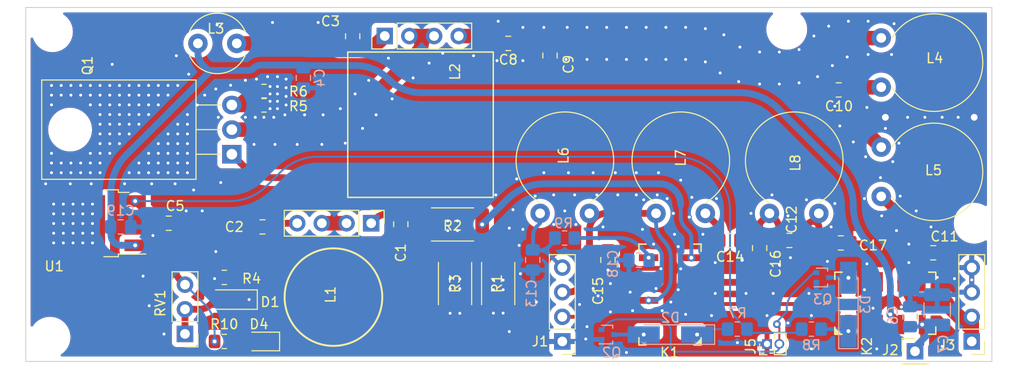
<source format=kicad_pcb>
(kicad_pcb (version 20211014) (generator pcbnew)
  (title_block (comment 4 "AISLER Project ID: LOCHEZWQ"))
  (layers (0 "F.Cu" signal) (31 "B.Cu" signal) (34 "B.Paste" user) (35 "F.Paste" user) (36 "B.SilkS" user "B.Silkscreen") (37 "F.SilkS" user "F.Silkscreen") (38 "B.Mask" user) (39 "F.Mask" user) (44 "Edge.Cuts" user))
  (net 0 "")
  (net 1 "Net-(C1-Pad1)")
  (net 2 "Net-(C1-Pad2)")
  (net 3 "GND")
  (net 4 "Net-(C2-Pad2)")
  (net 5 "VCC_PA_B")
  (net 6 "+5V")
  (net 7 "+12V")
  (net 8 "Net-(C8-Pad1)")
  (net 9 "Net-(C10-Pad1)")
  (net 10 "rf-tx-out")
  (net 11 "rf-r-in")
  (net 12 "Net-(C12-Pad2)")
  (net 13 "Net-(C14-Pad2)")
  (net 14 "RD_B")
  (net 15 "Net-(D2-Pad1)")
  (net 16 "Net-(D2-Pad2)")
  (net 17 "Net-(D3-Pad1)")
  (net 18 "Net-(D3-Pad2)")
  (net 19 "RD_A")
  (net 20 "VCC_PA_A")
  (net 21 "ANT_A")
  (net 22 "PTT")
  (net 23 "ANT_B")
  (net 24 "rf-tx-in")
  (net 25 "Net-(L2-Pad2)")
  (net 26 "Net-(D4-Pad2)")
  (net 27 "Net-(C3-Pad2)")
  (net 28 "Net-(C8-Pad2)")
  (net 29 "Net-(C18-Pad2)")
  (net 30 "Net-(L1-Pad2)")
  (net 31 "Net-(Q1-Pad3)")
  (footprint "Connector_PinHeader_2.54mm:PinHeader_1x04_P2.54mm_Vertical" (layer "F.Cu") (at 122.428 59.436 180)
    (fp_text reference "J3")
    (fp_text value "Conn_01x04")
  )
  (footprint "Capacitor_SMD:C_0805_2012Metric_Pad1.18x1.45mm_HandSolder" (layer "F.Cu") (at 108.9445 49.276 180)
    (fp_text reference "C17")
    (fp_text value "220p")
  )
  (footprint "Resistor_SMD:R_2512_6332Metric_Pad1.40x3.35mm_HandSolder" (layer "F.Cu") (at 69.215 53.469 90)
    (fp_text reference "R3")
    (fp_text value "300")
  )
  (footprint "Connector_PinHeader_2.54mm:PinHeader_1x01_P2.54mm_Vertical" (layer "F.Cu") (at 116.586 60.452)
    (fp_text reference "J2")
    (fp_text value "Conn_01x01")
  )
  (footprint "Custom:FT37-XX" (layer "F.Cu") (at 77.978 46.228 90)
    (fp_text reference "L6")
    (fp_text value "FT37-43 20tr")
  )
  (footprint "Capacitor_SMD:C_0805_2012Metric_Pad1.18x1.45mm_HandSolder" (layer "F.Cu") (at 108.7335 33.5 180)
    (fp_text reference "C10")
    (fp_text value "200p")
  )
  (footprint "Connector_PinHeader_2.54mm:PinHeader_1x03_P2.54mm_Vertical" (layer "F.Cu") (at 41.402 58.659 180)
    (fp_text reference "RV1")
    (fp_text value "500")
  )
  (footprint "Capacitor_SMD:C_0805_2012Metric_Pad1.18x1.45mm_HandSolder" (layer "F.Cu") (at 78.994 29.9505 -90)
    (fp_text reference "C9")
    (fp_text value "100p")
  )
  (footprint "Resistor_SMD:R_0805_2012Metric_Pad1.20x1.40mm_HandSolder" (layer "F.Cu") (at 49.546 35.052 180)
    (fp_text reference "R5")
    (fp_text value "1")
  )
  (footprint "LED_SMD:LED_0805_2012Metric_Pad1.15x1.40mm_HandSolder" (layer "F.Cu") (at 49.285 59.436 180)
    (fp_text reference "D4")
    (fp_text value "LED")
  )
  (footprint "Connector_PinHeader_2.54mm:PinHeader_1x04_P2.54mm_Vertical" (layer "F.Cu") (at 80.264 59.436 180)
    (fp_text reference "J1")
    (fp_text value "Conn_01x04")
  )
  (footprint "Capacitor_SMD:C_0805_2012Metric_Pad1.18x1.45mm_HandSolder" (layer "F.Cu") (at 100.584 49.8055 90)
    (fp_text reference "C16")
    (fp_text value "220p")
  )
  (footprint "Inductor_THT:L_Radial_D6.0mm_P4.00mm" (layer "F.Cu") (at 42.736 28.702)
    (fp_text reference "L3")
    (fp_text value "VK200 (bobinée entièrement)")
  )
  (footprint "Capacitor_SMD:C_0805_2012Metric_Pad1.18x1.45mm_HandSolder" (layer "F.Cu") (at 118.4625 50.292)
    (fp_text reference "C11")
    (fp_text value "100p")
  )
  (footprint "Relay_SMD:Relay_DPDT_AXICOM_IMSeries_JLeg" (layer "F.Cu") (at 113.528 55.492 90)
    (fp_text reference "K2")
    (fp_text value "IM01")
  )
  (footprint "Diode_SMD:D_MiniMELF" (layer "F.Cu") (at 46.3 55.118 180)
    (fp_text reference "D1")
    (fp_text value "1N4007")
  )
  (footprint "Capacitor_SMD:C_0805_2012Metric_Pad1.18x1.45mm_HandSolder" (layer "F.Cu") (at 39.7295 47.244 180)
    (fp_text reference "C5")
    (fp_text value "100n")
  )
  (footprint "Capacitor_SMD:C_0805_2012Metric_Pad1.18x1.45mm_HandSolder" (layer "F.Cu") (at 74.6975 28.702 180)
    (fp_text reference "C8")
    (fp_text value "100n")
  )
  (footprint "Capacitor_SMD:C_0805_2012Metric_Pad1.18x1.45mm_HandSolder" (layer "F.Cu") (at 103.6535 49.022 180)
    (fp_text reference "C12")
    (fp_text value "75p")
  )
  (footprint "MountingHole:MountingHole_3.2mm_M3_ISO14580" (layer "F.Cu") (at 103.378 27.25)
    (fp_text reference "H2")
    (fp_text value "MountingHole")
  )
  (footprint "Capacitor_SMD:C_0805_2012Metric_Pad1.18x1.45mm_HandSolder" (layer "F.Cu") (at 84.963 51.0325 90)
    (fp_text reference "C15")
    (fp_text value "39p")
  )
  (footprint "Relay_SMD:Relay_DPDT_AXICOM_IMSeries_JLeg" (layer "F.Cu") (at 91.354 54.6 180)
    (fp_text reference "K1")
    (fp_text value "IM01")
  )
  (footprint "Package_TO_SOT_SMD:TO-252-2" (layer "F.Cu") (at 32.072 47.244 180)
    (fp_text reference "U1")
    (fp_text value "L7805CDT-TR")
  )
  (footprint "Custom:FT37-XX" (layer "F.Cu") (at 101.6 46.228 90)
    (fp_text reference "L8")
    (fp_text value "T37-6 6tr")
  )
  (footprint "Connector_PinHeader_2.54mm:PinHeader_1x04_P2.54mm_Vertical" (layer "F.Cu") (at 61.976 27.94 90)
    (fp_text reference "L2")
    (fp_text value "TRANSF1")
  )
  (footprint "Custom:FT37-XX" (layer "F.Cu") (at 113.106 39.4)
    (fp_text reference "L5")
    (fp_text value "T50-6 8tr")
  )
  (footprint "Capacitor_SMD:C_0805_2012Metric_Pad1.18x1.45mm_HandSolder" (layer "F.Cu") (at 97.5145 49.022 180)
    (fp_text reference "C14")
    (fp_text value "220p")
  )
  (footprint "Resistor_SMD:R_0805_2012Metric_Pad1.20x1.40mm_HandSolder" (layer "F.Cu") (at 45.45 52.832)
    (fp_text reference "R4")
    (fp_text value "27")
  )
  (footprint "MountingHole:MountingHole_3.2mm_M3_ISO14580" (layer "F.Cu") (at 27.75 27.5)
    (fp_text reference "H4")
    (fp_text value "MountingHole")
  )
  (footprint "MountingHole:MountingHole_3.2mm_M3_ISO14580" (layer "F.Cu") (at 27.5 59)
    (fp_text reference "H3")
    (fp_text value "MountingHole")
  )
  (footprint "Custom:FT37-XX" (layer "F.Cu") (at 89.916 46.228 90)
    (fp_text reference "L7")
    (fp_text value "T37-6 9tr")
  )
  (footprint "Resistor_SMD:R_2512_6332Metric_Pad1.40x3.35mm_HandSolder" (layer "F.Cu") (at 73.66 53.467 -90)
    (fp_text reference "R1")
    (fp_text value "300")
  )
  (footprint "Custom:FT37-XX" (layer "F.Cu") (at 113.106 28.134)
    (fp_text reference "L4")
    (fp_text value "T50-6 8tr")
  )
  (footprint "Capacitor_SMD:C_0805_2012Metric_Pad1.18x1.45mm_HandSolder" (layer "F.Cu") (at 58.674 27.9615 -90)
    (fp_text reference "C3")
    (fp_text value "1n")
  )
  (footprint "Connector_PinHeader_2.54mm:PinHeader_1x04_P2.54mm_Vertical" (layer "F.Cu") (at 60.579 47.244 -90)
    (fp_text reference "L1")
    (fp_text value "TRANSF1")
  )
  (footprint "Resistor_SMD:R_0805_2012Metric_Pad1.20x1.40mm_HandSolder" (layer "F.Cu") (at 45.45 59.436 180)
    (fp_text reference "R10")
    (fp_text value "420")
  )
  (footprint "MountingHole:MountingHole_3.2mm_M3_ISO14580" (layer "F.Cu") (at 122.682 47.244)
    (fp_text reference "H1")
    (fp_text value "MountingHole")
  )
  (footprint "Capacitor_SMD:C_0805_2012Metric_Pad1.18x1.45mm_HandSolder" (layer "F.Cu") (at 49.3815 47.625)
    (fp_text reference "C2")
    (fp_text value "100n")
  )
  (footprint "Resistor_SMD:R_0805_2012Metric_Pad1.20x1.40mm_HandSolder" (layer "F.Cu") (at 49.546 33.655 180)
    (fp_text reference "R6")
    (fp_text value "1")
  )
  (footprint "Capacitor_SMD:C_0805_2012Metric_Pad1.18x1.45mm_HandSolder" (layer "F.Cu") (at 63.627 47.3495 90)
    (fp_text reference "C1")
    (fp_text value "100n")
  )
  (footprint "Resistor_SMD:R_2512_6332Metric_Pad1.40x3.35mm_HandSolder" (layer "F.Cu") (at 68.959 47.371 180)
    (fp_text reference "R2")
    (fp_text value "18")
  )
  (footprint "Connector_PinHeader_1.27mm:PinHeader_1x02_P1.27mm_Vertical" (layer "F.Cu") (at 101.346 59.69 90)
    (fp_text reference "J5")
    (fp_text value "Conn_01x02")
  )
  (footprint "Package_TO_SOT_THT:TO-220-3_Horizontal_TabDown" (layer "F.Cu") (at 46.228 40.132 90)
    (fp_text reference "Q1")
    (fp_text value "2SC1969")
  )
  (footprint "Resistor_SMD:R_0805_2012Metric_Pad1.20x1.40mm_HandSolder" (layer "B.Cu") (at 105.918 58.166)
    (fp_text reference "R8")
    (fp_text value "43")
  )
  (footprint "Resistor_SMD:R_0805_2012Metric_Pad1.20x1.40mm_HandSolder" (layer "B.Cu") (at 80.502 48.768)
    (fp_text reference "R9")
    (fp_text value "10k")
  )
  (footprint "Package_TO_SOT_SMD:SOT-416" (layer "B.Cu") (at 84.948 58.727)
    (fp_text reference "Q2")
    (fp_text value "DTC114EE")
  )
  (footprint "Capacitor_SMD:C_0805_2012Metric_Pad1.18x1.45mm_HandSolder" (layer "B.Cu") (at 116.078 56.8745 -90)
    (fp_text reference "C6")
    (fp_text value "100n")
  )
  (footprint "Capacitor_SMD:C_0805_2012Metric_Pad1.18x1.45mm_HandSolder" (layer "B.Cu") (at 77.216 51.0325 90)
    (fp_text reference "C13")
    (fp_text value "100n")
  )
  (footprint "Capacitor_SMD:C_0805_2012Metric_Pad1.18x1.45mm_HandSolder" (layer "B.Cu") (at 34.7765 47.625 180)
    (fp_text reference "C19")
    (fp_text value "100n")
  )
  (footprint "Diode_SMD:D_MiniMELF_Handsoldering" (layer "B.Cu") (at 109.728 55.622 90)
    (fp_text reference "D3")
    (fp_text value "LL4148")
  )
  (footprint "Package_TO_SOT_SMD:SOT-416" (layer "B.Cu") (at 107.076 52.84)
    (fp_text reference "Q3")
    (fp_text value "DTC114EE")
  )
  (footprint "Capacitor_SMD:C_0805_2012Metric_Pad1.18x1.45mm_HandSolder" (layer "B.Cu") (at 53.594 32.258 90)
    (fp_text reference "C4")
    (fp_text value "10n")
  )
  (footprint "Capacitor_SMD:C_1210_3225Metric_Pad1.33x2.70mm_HandSolder" (layer "B.Cu") (at 118.872 56.1725 -90)
    (fp_text reference "C7")
    (fp_text value "10u")
  )
  (footprint "Capacitor_SMD:C_0805_2012Metric_Pad1.18x1.45mm_HandSolder" (layer "B.Cu") (at 88.1595 51.054)
    (fp_text reference "C18")
    (fp_text value "100n")
  )
  (footprint "Resistor_SMD:R_0805_2012Metric_Pad1.20x1.40mm_HandSolder" (layer "B.Cu") (at 98.282 58.166 180)
    (fp_text reference "R7")
    (fp_text value "43")
  )
  (footprint "Diode_SMD:D_MiniMELF_Handsoldering" (layer "B.Cu") (at 91.396 58.727 180)
    (fp_text reference "D2")
    (fp_text value "LL4148")
  )
  (gr_circle (center 56.693057 54.864) (end 61.722 54.864) (layer "F.SilkS") (width 0.2) (fill none))
  (gr_rect (start 58.166 29.591) (end 73.152 44.577) (layer "F.SilkS") (width 0.15) (fill none))
  (gr_line locked (start 124.5 61.5) (end 25 61.5) (layer "Edge.Cuts") (width 0.1))
  (gr_line locked (start 25 25) (end 124.5 25) (layer "Edge.Cuts") (width 0.1))
  (gr_line locked (start 124.5 25) (end 124.5 61.5) (layer "Edge.Cuts") (width 0.1))
  (gr_line locked (start 25 61.5) (end 25 25) (layer "Edge.Cuts") (width 0.1))
  (gr_text "F4HTB 2022" (at 68.58 59.69) (layer "F.Cu") (effects (font (size 0.8 1) (thickness 0.2))))
  (segment (start 64.26 48.387) (end 63.627 48.387) (width 0.7) (layer "F.Cu") (net 1))
  (segment (start 65.340598 47.939401) (end 65.863391 47.416608) (width 0.7) (layer "F.Cu") (net 1))
  (segment (start 66.258216 47.462216) (end 69.215 50.419) (width 0.7) (layer "F.Cu") (net 1))
  (segment (start 66.038 47.371) (end 65.9735 47.371) (width 0.7) (layer "F.Cu") (net 1))
  (arc (start 65.340598 47.939401) (mid 64.844815 48.270672) (end 64.26 48.387) (width 0.7) (layer "F.Cu") (net 1))
  (arc (start 66.258216 47.462216) (mid 66.15718 47.394706) (end 66.038 47.371) (width 0.7) (layer "F.Cu") (net 1))
  (arc (start 65.863391 47.416608) (mid 65.913909 47.382853) (end 65.9735 47.371) (width 0.7) (layer "F.Cu") (net 1))
  (segment (start 62.170023 46.312) (end 63.627 46.312) (width 0.7) (layer "F.Cu") (net 2))
  (segment (start 61.045 46.778) (end 60.579 47.244) (width 0.7) (layer "F.Cu") (net 2))
  (arc (start 62.170023 46.312) (mid 61.561165 46.433109) (end 61.045 46.778) (width 0.7) (layer "F.Cu") (net 2))
  (segment (start 48.641 36.322) (end 47.625 36.322) (width 0.25) (layer "F.Cu") (net 3))
  (segment (start 51.689 36.068) (end 51.562 36.195) (width 0.25) (layer "F.Cu") (net 3))
  (segment (start 49.53 36.322) (end 50.546 36.322) (width 0.25) (layer "F.Cu") (net 3))
  (segment (start 49.53 36.322) (end 48.641 36.322) (width 0.25) (layer "F.Cu") (net 3))
  (segment (start 50.546 36.322) (end 51.255394 36.322) (width 0.25) (layer "F.Cu") (net 3))
  (via (at 30.656 34.037) (size 0.5) (drill 0.3) (layers "F.Cu" "B.Cu") (net 3))
  (via (at 107.569 51.181) (size 0.5) (drill 0.3) (layers "F.Cu" "B.Cu") (net 3))
  (via (at 93.345 46.609) (size 0.5) (drill 0.3) (layers "F.Cu" "B.Cu") (net 3))
  (via (at 74.168 56.517) (size 0.5) (drill 0.3) (layers "F.Cu" "B.Cu") (net 3))
  (via (at 41.656 41.037) (size 0.5) (drill 0.3) (layers "F.Cu" "B.Cu") (net 3))
  (via (at 41.783 31.877) (size 0.5) (drill 0.3) (layers "F.Cu" "B.Cu") (net 3))
  (via (at 51.816 32.385) (size 0.5) (drill 0.3) (layers "F.Cu" "B.Cu") (net 3))
  (via (at 113.538 37.465) (size 0.5) (drill 0.3) (layers "F.Cu" "B.Cu") (net 3))
  (via (at 87.503 56.261) (size 0.5) (drill 0.3) (layers "F.Cu" "B.Cu") (net 3))
  (via (at 27.656 41.037) (size 0.5) (drill 0.3) (layers "F.Cu" "B.Cu") (net 3))
  (via (at 28.877 47.276) (size 0.5) (drill 0.3) (layers "F.Cu" "B.Cu") (net 3))
  (via (at 28.656 42.037) (size 0.5) (drill 0.3) (layers "F.Cu" "B.Cu") (net 3))
  (via (at 120.65 52.959) (size 0.5) (drill 0.3) (layers "F.Cu" "B.Cu") (net 3))
  (via (at 36.656 41.037) (size 0.5) (drill 0.3) (layers "F.Cu" "B.Cu") (net 3))
  (via (at 44.704 26.797) (size 0.5) (drill 0.3) (layers "F.Cu" "B.Cu") (net 3))
  (via (at 32.656 37.037) (size 0.5) (drill 0.3) (layers "F.Cu" "B.Cu") (net 3))
  (via (at 27.656 42.037) (size 0.5) (drill 0.3) (layers "F.Cu" "B.Cu") (net 3))
  (via (at 89.916 53.975) (size 0.5) (drill 0.3) (layers "F.Cu" "B.Cu") (net 3))
  (via (at 92.202 54.102) (size 0.5) (drill 0.3) (layers "F.Cu" "B.Cu") (net 3))
  (via (at 68.465 47.006) (size 0.5) (drill 0.3) (layers "F.Cu" "B.Cu") (net 3))
  (via (at 32.656 33.037) (size 0.5) (drill 0.3) (layers "F.Cu" "B.Cu") (net 3))
  (via (at 37.656 33.037) (size 0.5) (drill 0.3) (layers "F.Cu" "B.Cu") (net 3))
  (via (at 77.47 44.45) (size 0.5) (drill 0.3) (layers "F.Cu" "B.Cu") (net 3))
  (via (at 36.656 42.037) (size 0.5) (drill 0.3) (layers "F.Cu" "B.Cu") (net 3))
  (via (at 68.707 52.991) (size 0.5) (drill 0.3) (layers "F.Cu" "B.Cu") (net 3))
  (via (at 31.877 47.276) (size 0.5) (drill 0.3) (layers "F.Cu" "B.Cu") (net 3))
  (via (at 83.82 44.323) (size 0.5) (drill 0.3) (layers "F.Cu" "B.Cu") (net 3))
  (via (at 69.465 47.006) (size 0.5) (drill 0.3) (layers "F.Cu" "B.Cu") (net 3))
  (via (at 111.379 44.704) (size 0.5) (drill 0.3) (layers "F.Cu" "B.Cu") (net 3))
  (via (at 31.877 46.276) (size 0.5) (drill 0.3) (layers "F.Cu" "B.Cu") (net 3))
  (via (at 34.656 35.037) (size 0.5) (drill 0.3) (layers "F.Cu" "B.Cu") (net 3))
  (via (at 27.877 47.276) (size 0.5) (drill 0.3) (layers "F.Cu" "B.Cu") (net 3))
  (via (at 73.533 30.48) (size 0.5) (drill 0.3) (layers "F.Cu" "B.Cu") (net 3))
  (via (at 82.804 27.051) (size 0.5) (drill 0.3) (layers "F.Cu" "B.Cu") (net 3))
  (via (at 69.707 52.991) (size 0.5) (drill 0.3) (layers "F.Cu" "B.Cu") (net 3))
  (via (at 38.656 42.037) (size 0.5) (drill 0.3) (layers "F.Cu" "B.Cu") (net 3))
  (via (at 66.548 30.734) (size 0.5) (drill 0.3) (layers "F.Cu" "B.Cu") (net 3))
  (via (at 40.656 40.037) (size 0.5) (drill 0.3) (layers "F.Cu" "B.Cu") (net 3))
  (via (at 73.66 26.416) (size 0.5) (drill 0.3) (layers "F.Cu" "B.Cu") (net 3))
  (via (at 82.804 57.912) (size 0.5) (drill 0.3) (layers "F.Cu" "B.Cu") (net 3))
  (via (at 92.964 56.642) (size 0.5) (drill 0.3) (layers "F.Cu" "B.Cu") (net 3))
  (via (at 27.877 48.276) (size 0.5) (drill 0.3) (layers "F.Cu" "B.Cu") (net 3))
  (via (at 67.945 29.718) (size 0.5) (drill 0.3) (layers "F.Cu" "B.Cu") (net 3))
  (via (at 55.118 26.543) (size 0.5) (drill 0.3) (layers "F.Cu" "B.Cu") (net 3))
  (via (at 73.168 53.104) (size 0.5) (drill 0.3) (layers "F.Cu" "B.Cu") (net 3))
  (via (at 37.973 43.18) (size 0.5) (drill 0.3) (layers "F.Cu" "B.Cu") (net 3))
  (via (at 29.656 34.037) (size 0.5) (drill 0.3) (layers "F.Cu" "B.Cu") (net 3))
  (via (at 102.616 29.591) (size 0.5) (drill 0.3) (layers "F.Cu" "B.Cu") (net 3))
  (via (at 73.406 44.323) (size 0.5) (drill 0.3) (layers "F.Cu" "B.Cu") (net 3))
  (via (at 114.681 48.006) (size 0.5) (drill 0.3) (layers "F.Cu" "B.Cu") (net 3))
  (via (at 34.656 33.037) (size 0.5) (drill 0.3) (layers "F.Cu" "B.Cu") (net 3))
  (via (at 41.529 45.974) (size 0.5) (drill 0.3) (layers "F.Cu" "B.Cu") (net 3))
  (via (at 47.625 36.322) (size 0.5) (drill 0.3) (layers "F.Cu" "B.Cu") (net 3))
  (via (at 38.656 33.037) (size 0.5) (drill 0.3) (layers "F.Cu" "B.Cu") (net 3))
  (via (at 122.428 53.086) (size 0.5) (drill 0.3) (layers "F.Cu" "B.Cu") (net 3))
  (via (at 38.656 39.037) (size 0.5) (drill 0.3) (layers "F.Cu" "B.Cu") (net 3))
  (via (at 83.439 42.037) (size 0.5) (drill 0.3) (layers "F.Cu" "B.Cu") (net 3))
  (via (at 35.656 37.037) (size 0.5) (drill 0.3) (layers "F.Cu" "B.Cu") (net 3))
  (via (at 27.656 35.037) (size 0.5) (drill 0.3) (layers "F.Cu" "B.Cu") (net 3))
  (via (at 91.059 44.704) (size 0.5) (drill 0.3) (layers "F.Cu" "B.Cu") (net 3))
  (via (at 30.877 46.276) (size 0.5) (drill 0.3) (layers "F.Cu" "B.Cu") (net 3))
  (via (at 76.2 30.48) (size 0.5) (drill 0.3) (layers "F.Cu" "B.Cu") (net 3))
  (via (at 35.656 33.037) (size 0.5) (drill 0.3) (layers "F.Cu" "B.Cu") (net 3))
  (via (at 27.656 34.037) (size 0.5) (drill 0.3) (layers "F.Cu" "B.Cu") (net 3))
  (via (at 27.051 43.18) (size 0.5) (drill 0.3) (layers "F.Cu" "B.Cu") (net 3))
  (via (at 119.38 36.322) (size 0.5) (drill 0.3) (layers "F.Cu" "B.Cu") (net 3))
  (via (at 40.656 37.037) (size 0.5) (drill 0.3) (layers "F.Cu" "B.Cu") (net 3))
  (via (at 88.646 44.831) (size 0.5) (drill 0.3) (layers "F.Cu" "B.Cu") (net 3))
  (via (at 51.689 36.068) (size 0.5) (drill 0.3) (layers "F.Cu" "B.Cu") (net 3))
  (via (at 51.816 33.274) (size 0.5) (drill 0.3) (layers "F.Cu" "B.Cu") (net 3))
  (via (at 106.172 27.94) (size 0.5) (drill 0.3) (layers "F.Cu" "B.Cu") (net 3))
  (via (at 31.656 35.037) (size 0.5) (drill 0.3) (layers "F.Cu" "B.Cu") (net 3))
  (via (at 86.868 27.051) (size 0.5) (drill 0.3) (layers "F.Cu" "B.Cu") (net 3))
  (via (at 28.656 41.037) (size 0.5) (drill 0.3) (layers "F.Cu" "B.Cu") (net 3))
  (via (at 68.707 53.991) (size 0.5) (drill 0.3) (layers "F.Cu" "B.Cu") (net 3))
  (via (at 76.2 27.051) (size 0.5) (drill 0.3) (layers "F.Cu" "B.Cu") (net 3))
  (via (at 57.912 38.989) (size 0.5) (drill 0.3) (layers "F.Cu" "B.Cu") (net 3))
  (via (at 36.656 33.037) (size 0.5) (drill 0.3) (layers "F.Cu" "B.Cu") (net 3))
  (via (at 34.656 37.037) (size 0.5) (drill 0.3) (layers "F.Cu" "B.Cu") (net 3))
  (via (at 74.803 58.42) (size 0.5) (drill 0.3) (layers "F.Cu" "B.Cu") (net 3))
  (via (at 33.656 34.037) (size 0.5) (drill 0.3) (layers "F.Cu" "B.Cu") (net 3))
  (via (at 28.877 48.276) (size 0.5) (drill 0.3) (layers "F.Cu" "B.Cu") (net 3))
  (via (at 100.584 32.893) (size 0.5) (drill 0.3) (layers "F.Cu" "B.Cu") (net 3))
  (via (at 59.69 37.465) (size 0.5) (drill 0.3) (layers "F.Cu" "B.Cu") (net 3))
  (via (at 98.425 32.639) (size 0.5) (drill 0.3) (layers "F.Cu" "B.Cu") (net 3))
  (via (at 112.268 56.007) (size 0.5) (drill 0.3) (layers "F.Cu" "B.Cu") (net 3))
  (via (at 29.877 46.276) (size 0.5) (drill 0.3) (layers "F.Cu" "B.Cu") (net 3))
  (via (at 50.927 32.131) (size 0.5) (drill 0.3) (layers "F.Cu" "B.Cu") (net 3))
  (via (at 74.168 53.104) (size 0.5) (drill 0.3) (layers "F.Cu" "B.Cu") (net 3))
  (via (at 29.877 47.276) (size 0.5) (drill 0.3) (layers "F.Cu" "B.Cu") (net 3))
  (via (at 85.217 53.467) (size 0.5) (drill 0.3) (layers "F.Cu" "B.Cu") (net 3))
  (via (at 33.656 36.037) (size 0.5) (drill 0.3) (layers "F.Cu" "B.Cu") (net 3))
  (via (at 96.52 31.75) (size 0.5) (drill 0.3) (layers "F.Cu" "B.Cu") (net 3))
  (via (at 40.656 33.037) (size 0.5) (drill 0.3) (layers "F.Cu" "B.Cu") (net 3))
  (via (at 109.728 26.416) (size 0.5) (drill 0.3) (layers "F.Cu" "B.Cu") (net 3))
  (via (at 79.375 47.371) (size 0.5) (drill 0.3) (layers "F.Cu" "B.Cu") (net 3))
  (via (at 113.157 46.482) (size 0.5) (drill 0.3) (layers "F.Cu" "B.Cu") (net 3))
  (via (at 33.656 37.037) (size 0.5) (drill 0.3) (layers "F.Cu" "B.Cu") (net 3))
  (via (at 60.325 32.512) (size 0.5) (drill 0.3) (layers "F.Cu" "B.Cu") (net 3))
  (via (at 88.519 47.879) (size 0.5) (drill 0.3) (layers "F.Cu" "B.Cu") (net 3))
  (via (at 91.821 48.387) (size 0.5) (drill 0.3) (layers "F.Cu" "B.Cu") (net 3))
  (via (at 33.656 33.037) (size 0.5) (drill 0.3) (layers "F.Cu" "B.Cu") (net 3))
  (via (at 108.077 30.988) (size 0.5) (drill 0.3) (layers "F.Cu" "B.Cu") (net 3))
  (via (at 108.839 37.211) (size 0.5) (drill 0.3) (layers "F.Cu" "B.Cu") (net 3))
  (via (at 37.656 36.037) (size 0.5) (drill 0.3) (layers "F.Cu" "B.Cu") (net 3))
  (via (at 35.656 42.037) (size 0.5) (drill 0.3) (layers "F.Cu" "B.Cu") (net 3))
  (via (at 99.695 46.228) (size 0.5) (drill 0.3) (layers "F.Cu" "B.Cu") (net 3))
  (via (at 30.656 33.037) (size 0.5) (drill 0.3) (layers "F.Cu" "B.Cu") (net 3))
  (via (at 78.359 42.037) (size 0.5) (drill 0.3) (layers "F.Cu" "B.Cu") (net 3))
  (via (at 101.981 54.483) (size 0.5) (drill 0.3) (layers "F.Cu" "B.Cu") (net 3))
  (via (at 43.18 45.974) (size 0.5) (drill 0.3) (layers "F.Cu" "B.Cu") (net 3))
  (via (at 93.599 44.577) (size 0.5) (drill 0.3) (layers "F.Cu" "B.Cu") (net 3))
  (via (at 111.633 35.306) (size 0.5) (drill 0.3) (layers "F.Cu" "B.Cu") (net 3))
  (via (at 41.656 42.037) (size 0.5) (drill 0.3) (layers "F.Cu" "B.Cu") (net 3))
  (via (at 96.901 27.813) (size 0.5) (drill 0.3) (layers "F.Cu" "B.Cu") (net 3))
  (via (at 94.996 27.178) (size 0.5) (drill 0.3) (layers "F.Cu" "B.Cu") (net 3))
  (via (at 110.236 38.862) (size 0.5) (drill 0.3) (layers "F.Cu" "B.Cu") (net 3))
  (via (at 32.656 40.037) (size 0.5) (drill 0.3) (layers "F.Cu" "B.Cu") (net 3))
  (via (at 104.648 29.337) (size 0.5) (drill 0.3) (layers "F.Cu" "B.Cu") (net 3))
  (via (at 116.713 45.974) (size 0.5) (drill 0.3) (layers "F.Cu" "B.Cu") (net 3))
  (via (at 105.918 60.198) (size 0.5) (drill 0.3) (layers "F.Cu" "B.Cu") (net 3))
  (via (at 44.831 36.322) (size 0.5) (drill 0.3) (layers "F.Cu" "B.Cu") (net 3))
  (via (at 71.12 29.972) (size 0.5) (drill 0.3) (layers "F.Cu" "B.Cu") (net 3))
  (via (at 32.656 39.037) (size 0.5) (drill 0.3) (layers "F.Cu" "B.Cu") (net 3))
  (via (at 30.656 42.037) (size 0.5) (drill 0.3) (layers "F.Cu" "B.Cu") (net 3))
  (via (at 91.694 46.228) (size 0.5) (drill 0.3) (layers "F.Cu" "B.Cu") (net 3))
  (via (at 30.877 49.276) (size 0.5) (drill 0.3) (layers "F.Cu" "B.Cu") (net 3))
  (via (at 28.656 33.037) (size 0.5) (drill 0.3) (layers "F.Cu" "B.Cu") (net 3))
  (via (at 31.656 34.037) (size 0.5) (drill 0.3) (layers "F.Cu" "B.Cu") (net 3))
  (via (at 37.656 41.037) (size 0.5) (drill 0.3) (layers "F.Cu" "B.Cu") (net 3))
  (via (at 45.085 43.053) (size 0.5) (drill 0.3) (layers "F.Cu" "B.Cu") (net 3))
  (via (at 29.656 41.037) (size 0.5) (drill 0.3) (layers "F.Cu" "B.Cu") (net 3))
  (via (at 79.375 44.323) (size 0.5) (drill 0.3) (layers "F.Cu" "B.Cu") (net 3))
  (via (at 73.168 56.517) (size 0.5) (drill 0.3) (layers "F.Cu" "B.Cu") (net 3))
  (via (at 29.877 48.276) (size 0.5) (drill 0.3) (layers "F.Cu" "B.Cu") (net 3))
  (via (at 90.043 44.323) (size 0.5) (drill 0.3) (layers "F.Cu" "B.Cu") (net 3))
  (via (at 34.656 38.037) (size 0.5) (drill 0.3) (layers "F.Cu" "B.Cu") (net 3))
  (via (at 31.656 42.037) (size 0.5) (drill 0.3) (layers "F.Cu" "B.Cu") (net 3))
  (via (at 109.601 30.099) (size 0.5) (drill 0.3) (layers "F.Cu" "B.Cu") (net 3))
  (via (at 48.514 39.116) (size 0.5) (drill 0.3) (layers "F.Cu" "B.Cu") (net 3))
  (via (at 90.932 30.353) (size 0.5) (drill 0.3) (layers "F.Cu" "B.Cu") (net 3))
  (via (at 96.012 54.483) (size 0.5) (drill 0.3) (layers "F.Cu" "B.Cu") (net 3))
  (via (at 38.1 48.514) (size 0.5) (drill 0.3) (layers "F.Cu" "B.Cu") (net 3))
  (via (at 41.656 36.037) (size 0.5) (drill 0.3) (layers "F.Cu" "B.Cu") (net 3))
  (via (at 49.911 32.131) (size 0.5) (drill 0.3) (layers "F.Cu" "B.Cu") (net 3))
  (via (at 103.505 57.531) (size 0.5) (drill 0.3) (layers "F.Cu" "B.Cu") (net 3))
  (via (at 29.656 42.037) (size 0.5) (drill 0.3) (layers "F.Cu" "B.Cu") (net 3))
  (via (at 37.719 55.753) (size 0.5) (drill 0.3) (layers "F.Cu" "B.Cu") (net 3))
  (via (at 33.909 30.861) (size 0.5) (drill 0.3) (layers "F.Cu" "B.Cu") (net 3))
  (via (at 34.656 39.037) (size 0.5) (drill 0.3) (layers "F.Cu" "B.Cu") (net 3))
  (via (at 32.656 35.037) (size 0.5) (drill 0.3) (layers "F.Cu" "B.Cu") (net 3))
  (via (at 38.656 40.037) (size 0.5) (drill 0.3) (layers "F.Cu" "B.Cu") (net 3))
  (via (at 81.661 47.371) (size 0.5) (drill 0.3) (layers "F.Cu" "B.Cu") (net 3))
  (via (at 28.656 34.037) (size 0.5) (drill 0.3) (layers "F.Cu" "B.Cu") (net 3))
  (via (at 55.499 39.116) (size 0.5) (drill 0.3) (layers "F.Cu" "B.Cu") (net 3))
  (via (at 69.465 48.006) (size 0.5) (drill 0.3) (layers "F.Cu" "B.Cu") (net 3))
  (via (at 27.656 33.037) (size 0.5) (drill 0.3) (layers "F.Cu" "B.Cu") (net 3))
  (via (at 96.139 44.704) (size 0.5) (drill 0.3) (layers "F.Cu" "B.Cu") (net 3))
  (via (at 82.804 30.353) (size 0.5) (drill 0.3) (layers "F.Cu" "B.Cu") (net 3))
  (via (at 80.518 45.974) (size 0.5) (drill 0.3) (layers "F.Cu" "B.Cu") (net 3))
  (via (at 106.553 32.131) (size 0.5) (drill 0.3) (layers "F.Cu" "B.Cu") (net 3))
  (via (at 36.656 35.037) (size 0.5) (drill 0.3) (layers "F.Cu" "B.Cu") (net 3))
  (via (at 38.656 34.037) (size 0.5) (drill 0.3) (layers "F.Cu" "B.Cu") (net 3))
  (via (at 85.725 42.037) (size 0.5) (drill 0.3) (layers "F.Cu" "B.Cu") (net 3))
  (via (at 115.824 36.322) (size 0.5) (drill 0.3) (layers "F.Cu" "B.Cu") (net 3))
  (via (at 50.546 36.322) (size 0.5) (drill 0.3) (layers "F.Cu" "B.Cu") (net 3))
  (via (at 84.963 52.07) (size 0.5) (drill 0.3) (layers "F.Cu" "B.Cu") (net 3))
  (via (at 88.9 27.051) (size 0.5) (drill 0.3) (layers "F.Cu" "B.Cu") (net 3))
  (via (at 90.424 51.943) (size 0.5) (drill 0.3) (layers "F.Cu" "B.Cu") (net 3))
  (via (at 38.656 41.037) (size 0.5) (drill 0.3) (layers "F.Cu" "B.Cu") (net 3))
  (via (at 35.656 38.037) (size 0.5) (drill 0.3) (layers "F.Cu" "B.Cu") (net 3))
  (via (at 86.868 30.353) (size 0.5) (drill 0.3) (layers "F.Cu" "B.Cu") (net 3))
  (via (at 114.173 29.845) (size 0.5) (drill 0.3) (layers "F.Cu" "B.Cu") (net 3))
  (via (at 104.648 32.766) (size 0.5) (drill 0.3) (layers "F.Cu" "B.Cu") (net 3))
  (via (at 29.877 49.276) (size 0.5) (drill 0.3) (layers "F.Cu" "B.Cu") (net 3))
  (via (at 37.656 42.037) (size 0.5) (drill 0.3) (layers "F.Cu" "B.Cu") (net 3))
  (via (at 73.168 54.104) (size 0.5) (drill 0.3) (layers "F.Cu" "B.Cu") (net 3))
  (via (at 53.721 36.068) (size 0.5) (drill 0.3) (layers "F.Cu" "B.Cu") (net 3))
  (via (at 32.656 38.037) (size 0.5) (drill 0.3) (layers "F.Cu" "B.Cu") (net 3))
  (via (at 46.101 33.02) (size 0.5) (drill 0.3) (layers "F.Cu" "B.Cu") (net 3))
  (via (at 37.656 35.037) (size 0.5) (drill 0.3) (layers "F.Cu" "B.Cu") (net 3))
  (via (at 101.346 56.769) (size 0.5) (drill 0.3) (layers "F.Cu" "B.Cu") (net 3))
  (via (at 111.506 40.386) (size 0.5) (drill 0.3) (layers "F.Cu" "B.Cu") (net 3))
  (via (at 49.53 36.322) (size 0.5) (drill 0.3) (layers "F.Cu" "B.Cu") (net 3))
  (via (at 30.656 41.037) (size 0.5) (drill 0.3) (layers "F.Cu" "B.Cu") (net 3))
  (via (at 75.565 42.672) (size 0.5) (drill 0.3) (layers "F.Cu" "B.Cu") (net 3))
  (via (at 107.95 47.625) (size 0.5) (drill 0.3) (layers "F.Cu" "B.Cu") (net 3))
  (via (at 40.386 43.18) (size 0.5) (drill 0.3) (layers "F.Cu" "B.Cu") (net 3))
  (via (at 38.656 35.037) (size 0.5) (drill 0.3) (layers "F.Cu" "B.Cu") (net 3))
  (via (at 76.2 47.879) (size 0.5) (drill 0.3) (layers "F.Cu" "B.Cu") (net 3))
  (via (at 50.165 33.909) (size 0.5) (drill 0.3) (layers "F.Cu" "B.Cu") (net 3))
  (via (at 44.577 50.165) (size 0.5) (drill 0.3) (layers "F.Cu" "B.Cu") (net 3))
  (via (at 87.249 54.356) (size 0.5) (drill 0.3) (layers "F.Cu" "B.Cu") (net 3))
  (via (at 33.656 35.037) (size 0.5) (drill 0.3) (layers "F.Cu" "B.Cu") (net 3))
  (via (at 90.17 42.037) (size 0.5) (drill 0.3) (layers "F.Cu" "B.Cu") (net 3))
  (via (at 94.742 48.387) (size 0.5) (drill 0.3) (layers "F.Cu" "B.Cu") (net 3))
  (via (at 92.964 27.051) (size 0.5) (drill 0.3) (layers "F.Cu" "B.Cu") (net 3))
  (via (at 31.656 40.037) (size 0.5) (drill 0.3) (layers "F.Cu" "B.Cu") (net 3))
  (via (at 84.836 27.051) (size 0.5) (drill 0.3) (layers "F.Cu" "B.Cu") (net 3))
  (via (at 96.012 51.308) (size 0.5) (drill 0.3) (layers "F.Cu" "B.Cu") (net 3))
  (via (at 75.184 45.847) (size 0.5) (drill 0.3) (layers "F.Cu" "B.Cu") (net 3))
  (via (at 50.673 39.116) (size 0.5) (drill 0.3) (layers "F.Cu" "B.Cu") (net 3))
  (via (at 85.217 56.388) (size 0.5) (drill 0.3) (layers "F.Cu" "B.Cu") (net 3))
  (via (at 37.656 34.037) (size 0.5) (drill 0.3) (layers "F.Cu" "B.Cu") (net 3))
  (via (at 36.656 34.037) (size 0.5) (drill 0.3) (layers "F.Cu" "B.Cu") (net 3))
  (via (at 50.419 26.543) (size 0.5) (drill 0.3) (layers "F.Cu" "B.Cu") (net 3))
  (via (at 35.179 43.18) (size 0.5) (drill 0.3) (layers "F.Cu" "B.Cu") (net 3))
  (via (at 115.951 51.308) (size 0.5) (drill 0.3) (layers "F.Cu" "B.Cu") (net 3))
  (via (at 87.884 44.323) (size 0.5) (drill 0.3) (layers "F.Cu" "B.Cu") (net 3))
  (via (at 92.964 30.353) (size 0.5) (drill 0.3) (layers "F.Cu" "B.Cu") (net 3))
  (via (at 82.042 55.626) (size 0.5) (drill 0.3) (layers "F.Cu" "B.Cu") (net 3))
  (via (at 40.656 38.037) (size 0.5) (drill 0.3) (layers "F.Cu" "B.Cu") (net 3))
  (via (at 27.877 45.276) (size 0.5) (drill 0.3) (layers "F.Cu" "B.Cu") (net 3))
  (via (at 114.3 40.894) (size 0.5) (drill 0.3) (layers "F.Cu" "B.Cu") (net 3))
  (via (at 39.656 39.037) (size 0.5) (drill 0.3) (layers "F.Cu" "B.Cu") (net 3))
  (via (at 29.591 43.18) (size 0.5) (drill 0.3) (layers "F.Cu" "B.Cu") (net 3))
  (via (at 92.456 51.943) (size 0.5) (drill 0.3) (layers "F.Cu" "B.Cu") (net 3))
  (via (at 41.656 40.037) (size 0.5) (drill 0.3) (layers "F.Cu" "B.Cu") (net 3))
  (via (at 74.168 54.104) (size 0.5) (drill 0.3) (layers "F.Cu" "B.Cu") (net 3))
  (via (at 114.427 26.67) (size 0.5) (drill 0.3) (layers "F.Cu" "B.Cu") (net 3))
  (via (at 85.979 44.323) (size 0.5) (drill 0.3) (layers "F.Cu" "B.Cu") (net 3))
  (via (at 42.672 35.052) (size 0.5) (drill 0.3) (layers "F.Cu" "B.Cu") (net 3))
  (via (at 82.677 59.182) (size 0.5) (drill 0.3) (layers "F.Cu" "B.Cu") (net 3))
  (via (at 30.877 48.276) (size 0.5) (drill 0.3) (layers "F.Cu" "B.Cu") (net 3))
  (via (at 58.928 33.909) (size 0.5) (drill 0.3) (layers "F.Cu" "B.Cu") (net 3))
  (via (at 118.872 52.832) (size 0.5) (drill 0.3) (layers "F.Cu" "B.Cu") (net 3))
  (via (at 40.656 42.037) (size 0.5) (drill 0.3) (layers "F.Cu" "B.Cu") (net 3))
  (via (at 27.877 46.276) (size 0.5) (drill 0.3) (layers "F.Cu" "B.Cu") (net 3))
  (via (at 103.759 50.8) (size 0.5) (drill 0.3) (layers "F.Cu" "B.Cu") (net 3))
  (via (at 41.656 39.037) (size 0.5) (drill 0.3) (layers "F.Cu" "B.Cu") (net 3))
  (via (at 114.935 38.989) (size 0.5) (drill 0.3) (layers "F.Cu" "B.Cu") (net 3))
  (via (at 32.656 36.037) (size 0.5) (drill 0.3) (layers "F.Cu" "B.Cu") (net 3))
  (via (at 30.877 45.276) (size 0.5) (drill 0.3) (layers "F.Cu" "B.Cu") (net 3))
  (via (at 94.996 30.607) (size 0.5) (drill 0.3) (layers "F.Cu" "B.Cu") (net 3))
  (via (at 39.656 33.037) (size 0.5) (drill 0.3) (layers "F.Cu" "B.Cu") (net 3))
  (via (at 31.656 41.037) (size 0.5) (drill 0.3) (layers "F.Cu" "B.Cu") (net 3))
  (via (at 83.947 54.737) (size 0.5) (drill 0.3) (layers "F.Cu" "B.Cu") (net 3))
  (via (at 39.656 38.037) (size 0.5) (drill 0.3) (layers "F.Cu" "B.Cu") (net 3))
  (via (at 112.649 60.198) (size 0.5) (drill 0.3) (layers "F.Cu" "B.Cu") (net 3))
  (via (at 108.331 35.179) (size 0.5) (drill 0.3) (layers "F.Cu" "B.Cu") (net 3))
  (via (at 68.707 56.531) (size 0.5) (drill 0.3) (layers "F.Cu" "B.Cu") (net 3))
  (via (at 84.836 30.353) (size 0.5) (drill 0.3) (layers "F.Cu" "B.Cu") (net 3))
  (via (at 50.165 33.147) (size 0.5) (drill 0.3) (layers "F.Cu" "B.Cu") (net 3))
  (via (at 102.616 51.562) (size 0.5) (drill 0.3) (layers "F.Cu" "B.Cu") (net 3))
  (via (at 48.641 36.322) (size 0.5) (drill 0.3) (layers "F.Cu" "B.Cu") (net 3))
  (via (at 101.854 44.323) (size 0.5) (drill 0.3) (layers "F.Cu" "B.Cu") (net 3))
  (via (at 69.707 56.531) (size 0.5) (drill 0.3) (layers "F.Cu" "B.Cu") (net 3))
  (via (at 31.75 43.18) (size 0.5) (drill 0.3) (layers "F.Cu" "B.Cu") (net 3))
  (via (at 98.298 59.563) (size 0.5) (drill 0.3) (layers "F.Cu" "B.Cu") (net 3))
  (via (at 111.379 54.102) (size 0.5) (drill 0.3) (layers "F.Cu" "B.Cu") (net 3))
  (via (at 61.087 36.068) (size 0.5) (drill 0.3) (layers "F.Cu" "B.Cu") (net 3))
  (via (at 69.707 53.991) (size 0.5) (drill 0.3) (layers "F.Cu" "B.Cu") (net 3))
  (via (at 28.877 46.276) (size 0.5) (drill 0.3) (layers "F.Cu" "B.Cu") (net 3))
  (via (at 92.456 42.799) (size 0.5) (drill 0.3) (layers "F.Cu" "B.Cu") (net 3))
  (via (at 111.76 29.845) (size 0.5) (drill 0.3) (layers "F.Cu" "B.Cu") (net 3))
  (via (at 113.538 36.322) (size 1) (drill 0.7) (layers "F.Cu" "B.Cu") (net 3))
  (via (at 113.03 42.545) (size 0.5) (drill 0.3) (layers "F.Cu" "B.Cu") (net 3))
  (via (at 92.202 49.657) (size 0.5) (drill 0.3) (layers "F.Cu" "B.Cu") (net 3))
  (via (at 35.656 35.037) (size 0.5) (drill 0.3) (layers "F.Cu" "B.Cu") (net 3))
  (via (at 34.656 36.037) (size 0.5) (drill 0.3) (layers "F.Cu" "B.Cu") (net 3))
  (via (at 35.656 36.037) (size 0.5) (drill 0.3) (layers "F.Cu" "B.Cu") (net 3))
  (via (at 36.656 37.037) (size 0.5) (drill 0.3) (layers "F.Cu" "B.Cu") (net 3))
  (via (at 37.084 52.705) (size 0.5) (drill 0.3) (layers "F.Cu" "B.Cu") (net 3))
  (via (at 111.633 51.435) (size 0.5) (drill 0.3) (layers "F.Cu" "B.Cu") (net 3))
  (via (at 39.656 41.037) (size 0.5) (drill 0.3) (layers "F.Cu" "B.Cu") (net 3))
  (via (at 80.899 42.037) (size 0.5) (drill 0.3) (layers "F.Cu" "B.Cu") (net 3))
  (via (at 50.927 33.909) (size 0.5) (drill 0.3) (layers "F.Cu" "B.Cu") (net 3))
  (via (at 103.505 46.482) (size 0.5) (drill 0.3) (layers "F.Cu" "B.Cu") (net 3))
  (via (at 39.243 58.674) (size 0.5) (drill 0.3) (layers "F.Cu" "B.Cu") (net 3))
  (via (at 35.656 34.037) (size 0.5) (drill 0.3) (layers "F.Cu" "B.Cu") (net 3))
  (via (at 74.803 47.752) (size 0.5) (drill 0.3) (layers "F.Cu" "B.Cu") (net 3))
  (via (at 98.552 29.083) (size 0.5) (drill 0.3) (layers "F.Cu" "B.Cu") (net 3))
  (via (at 41.656 37.037) (size 0.5) (drill 0.3) (layers "F.Cu" "B.Cu") (net 3))
  (via (at 50.165 35.433) (size 0.5) (drill 0.3) (layers "F.Cu" "B.Cu") (net 3))
  (via (at 84.455 47.625) (size 0.5) (drill 0.3) (layers "F.Cu" "B.Cu") (net 3))
  (via (at 29.877 45.276) (size 0.5) (drill 0.3) (layers "F.Cu" "B.Cu") (net 3))
  (via (at 28.877 49.276) (size 0.5) (drill 0.3) (layers "F.Cu" "B.Cu") (net 3))
  (via (at 34.656 34.037) (size 0.5) (drill 0.3) (layers "F.Cu" "B.Cu") (net 3))
  (via (at 80.645 30.353) (size 0.5) (drill 0.3) (layers "F.Cu" "B.Cu") (net 3))
  (via (at 42.291 43.815) (size 0.5) (drill 0.3) (layers "F.Cu" "B.Cu") (net 3))
  (via (at 118.237 47.625) (size 0.5) (drill 0.3) (layers "F.Cu" "B.Cu") (net 3))
  (via (at 50.927 34.671) (size 0.5) (drill 0.3) (layers "F.Cu" "B.Cu") (net 3))
  (via (at 33.656 38.037) (size 0.5) (drill 0.3) (layers "F.Cu" "B.Cu") (net 3))
  (via (at 78.359 27.051) (size 0.5) (drill 0.3) (layers "F.Cu" "B.Cu") (net 3))
  (via (at 44.577 33.401) (size 0.5) (drill 0.3) (layers "F.Cu" "B.Cu") (net 3))
  (via (at 32.656 34.037) (size 0.5) (drill 0.3) (layers "F.Cu" "B.Cu") (net 3))
  (via (at 30.877 47.276) (size 0.5) (drill 0.3) (layers "F.Cu" "B.Cu") (net 3))
  (via (at 39.656 42.037) (size 0.5) (drill 0.3) (layers "F.Cu" "B.Cu") (net 3))
  (via (at 87.884 42.037) (size 0.5) (drill 0.3) (layers "F.Cu" "B.Cu") (net 3))
  (via (at 33.656 39.037) (size 0.5) (drill 0.3) (layers "F.Cu" "B.Cu") (net 3))
  (via (at 39.656 34.037) (size 0.5) (drill 0.3) (layers "F.Cu" "B.Cu") (net 3))
  (via (at 43.434 34.036) (size 0.5) (drill 0.3) (layers "F.Cu" "B.Cu") (net 3))
  (via (at 98.806 51.054) (size 0.5) (drill 0.3) (layers "F.Cu" "B.Cu") (net 3))
  (via (at 91.44 55.372) (size 0.5) (drill 0.3) (layers "F.Cu" "B.Cu") (net 3))
  (via (at 122.682 36.322) (size 1) (drill 0.7) (layers "F.Cu" "B.Cu") (net 3))
  (via (at 68.465 48.006) (size 0.5) (drill 0.3) (layers "F.Cu" "B.Cu") (net 3))
  (via (at 88.9 30.353) (size 0.5) (drill 0.3) (layers "F.Cu" "B.Cu") (net 3))
  (via (at 64.897 32.258) (size 0.5) (drill 0.3) (layers "F.Cu" "B.Cu") (net 3))
  (via (at 111.76 26.416) (size 0.5) (drill 0.3) (layers "F.Cu" "B.Cu") (net 3))
  (via (at 27.877 49.276) (size 0.5) (drill 0.3) (layers "F.Cu" "B.Cu") (net 3))
  (via (at 62.357 30.226) (size 0.5) (drill 0.3) (layers "F.Cu" "B.Cu") (net 3))
  (via (at 115.189 55.88) (size 0.5) (drill 0.3) (layers "F.Cu" "B.Cu") (net 3))
  (via (at 108.331 45.212) (size 0.5) (drill 0.3) (layers "F.Cu" "B.Cu") (net 3))
  (via (at 31.877 49.276) (size 0.5) (drill 0.3) (layers "F.Cu" "B.Cu") (net 3))
  (via (at 29.656 33.037) (size 0.5) (drill 0.3) (layers "F.Cu" "B.Cu") (net 3))
  (via (at 50.165 34.671) (size 0.5) (drill 0.3) (layers "F.Cu" "B.Cu") (net 3))
  (via (at 89.662 49.403) (size 0.5) (drill 0.3) (layers "F.Cu" "B.Cu") (net 3))
  (via (at 40.513 29.972) (size 0.5) (drill 0.3) (layers "F.Cu" "B.Cu") (net 3))
  (via (at 115.951 49.403) (size 0.5) (drill 0.3) (layers "F.Cu" "B.Cu") (net 3))
  (via (at 40.656 41.037) (size 0.5) (drill 0.3) (layers "F.Cu" "B.Cu") (net 3))
  (via (at 51.816 35.052) (size 0.5) (drill 0.3) (layers "F.Cu" "B.Cu") (net 3))
  (via (at 83.439 53.975) (size 0.5) (drill 0.3) (layers "F.Cu" "B.Cu") (net 3))
  (via (at 31.877 45.276) (size 0.5) (drill 0.3) (layers "F.Cu" "B.Cu") (net 3))
  (via (at 48.006 55.118) (size 0.5) (drill 0.3) (layers "F.Cu" "B.Cu") (net 3))
  (via (at 105.41 44.831) (size 0.5) (drill 0.3) (layers "F.Cu" "B.Cu") (net 3))
  (via (at 27.656 40.037) (size 0.5) (drill 0.3) (layers "F.Cu" "B.Cu") (net 3))
  (via (at 37.656 40.037) (size 0.5) (drill 0.3) (layers "F.Cu" "B.Cu") (net 3))
  (via (at 40.656 39.037) (size 0.5) (drill 0.3) (layers "F.Cu" "B.Cu") (net 3))
  (via (at 50.927 33.147) (size 0.5) (drill 0.3) (layers "F.Cu" "B.Cu") (net 3))
  (via (at 32.656 41.037) (size 0.5) (drill 0.3) (layers "F.Cu" "B.Cu") (net 3))
  (via (at 86.868 60.579) (size 0.5) (drill 0.3) (layers "F.Cu" "B.Cu") (net 3))
  (via (at 115.062 44.45) (size 0.5) (drill 0.3) (layers "F.Cu" "B.Cu") (net 3))
  (via (at 39.656 40.037) (size 0.5) (drill 0.3) (layers "F.Cu" "B.Cu") (net 3))
  (via (at 102.616 32.893) (size 0.5) (drill 0.3) (layers "F.Cu" "B.Cu") (net 3))
  (via (at 105.918 56.769) (size 0.5) (drill 0.3) (layers "F.Cu" "B.Cu") (net 3))
  (via (at 36.656 36.037) (size 0.5) (drill 0.3) (layers "F.Cu" "B.Cu") (net 3))
  (via (at 121.031 36.322) (size 0.5) (drill 0.3) (layers "F.Cu" "B.Cu") (net 3))
  (via (at 44.45 52.959) (size 0.5) (drill 0.3) (layers "F.Cu" "B.Cu") (net 3))
  (via (at 99.187 54.483) (size 0.5) (drill 0.3) (layers "F.Cu" "B.Cu") (net 3))
  (via (at 117.602 36.322) (size 0.5) (drill 0.3) (layers "F.Cu" "B.Cu") (net 3))
  (via (at 75.819 49.53) (size 0.5) (drill 0.3) (layers "F.Cu" "B.Cu") (net 3))
  (via (at 77.597 55.372) (size 0.5) (drill 0.3) (layers "F.Cu" "B.Cu") (net 3))
  (via (at 62.738 34.417) (size 0.5) (drill 0.3) (layers "F.Cu" "B.Cu") (net 3))
  (via (at 55.626 36.068) (size 0.5) (drill 0.3) (layers "F.Cu" "B.Cu") (net 3))
  (via (at 31.656 33.037) (size 0.5) (drill 0.3) (layers "F.Cu" "B.Cu") (net 3))
  (via (at 33.656 40.037) (size 0.5) (drill 0.3) (layers "F.Cu" "B.Cu") (net 3))
  (via (at 51.816 34.163) (size 0.5) (drill 0.3) (layers "F.Cu" "B.Cu") (net 3))
  (via (at 100.584 29.591) (size 0.5) (drill 0.3) (layers "F.Cu" "B.Cu") (net 3))
  (via (at 57.404 35.433) (size 0.5) (drill 0.3) (layers "F.Cu" "B.Cu") (net 3))
  (via (at 52.959 39.116) (size 0.5) (drill 0.3) (layers "F.Cu" "B.Cu") (net 3))
  (via (at 80.772 27.051) (size 0.5) (drill 0.3) (layers "F.Cu" "B.Cu") (net 3))
  (via (at 48.768 32.385) (size 0.5) (drill 0.3) (layers "F.Cu" "B.Cu") (net 3))
  (via (at 107.696 26.924) (size 0.5) (drill 0.3) (layers "F.Cu" "B.Cu") (net 3))
  (via (at 47.625 32.512) (size 0.5) (drill 0.3) (layers "F.Cu" "B.Cu") (net 3))
  (via (at 90.932 27.051) (size 0.5) (drill 0.3) (layers "F.Cu" "B.Cu") (net 3))
  (via (at 119.38 59.944) (size 0.5) (drill 0.3) (layers "F.Cu" "B.Cu") (net 3))
  (via (at 31.877 48.276) (size 0.5) (drill 0.3) (layers "F.Cu" "B.Cu") (net 3))
  (via (at 41.656 38.037) (size 0.5) (drill 0.3) (layers "F.Cu" "B.Cu") (net 3))
  (via (at 75.946 52.451) (size 0.5) (drill 0.3) (layers "F.Cu" "B.Cu") (net 3))
  (via (at 50.927 35.433) (size 0.5) (drill 0.3) (layers "F.Cu" "B.Cu") (net 3))
  (via (at 81.534 44.323) (size 0.5) (drill 0.3) (layers "F.Cu" "B.Cu") (net 3))
  (via (at 32.656 42.037) (size 0.5) (drill 0.3) (layers "F.Cu" "B.Cu") (net 3))
  (via (at 90.551 56.261) (size 0.5) (drill 0.3) (layers "F.Cu" "B.Cu") (net 3))
  (via (at 105.664 54.483) (size 0.5) (drill 0.3) (layers "F.Cu" "B.Cu") (net 3))
  (via (at 95.631 56.769) (size 0.5) (drill 0.3) (layers "F.Cu" "B.Cu") (net 3))
  (via (at 28.877 45.276) (size 0.5) (drill 0.3) (layers "F.Cu" "B.Cu") (net 3))
  (arc (start 51.255394 36.322) (mid 51.421328 36.288993) (end 51.562 36.195) (width 0.25) (layer "F.Cu") (net 3))
  (segment (start 116.0565 55.8585) (end 116.078 55.837) (width 0.25) (layer "B.Cu") (net 3))
  (segment (start 116.004594 55.88) (end 115.189 55.88) (width 0.25) (layer "B.Cu") (net 3))
  (arc (start 116.004594 55.88) (mid 116.032685 55.874412) (end 116.0565 55.8585) (width 0.25) (layer "B.Cu") (net 3))
  (segment (start 48.051897 50.190102) (end 46.944695 51.297304) (width 0.7) (layer "F.Cu") (net 4))
  (segment (start 51.943 47.244) (end 52.959 47.244) (width 0.7) (layer "F.Cu") (net 4))
  (segment (start 41.402 58.2575) (end 41.402 58.659) (width 0.7) (layer "F.Cu") (net 4))
  (segment (start 41.402 56.4085) (end 41.402 56.9875) (width 0.7) (layer "F.Cu") (net 4))
  (segment (start 41.402 57.4545) (end 41.402 58.2575) (width 0.7) (layer "F.Cu") (net 4))
  (segment (start 48.102102 50.068897) (end 50.208579 47.96242) (width 0.7) (layer "F.Cu") (net 4))
  (segment (start 46.577 52.682372) (end 46.577 52.185) (width 0.7) (layer "F.Cu") (net 4))
  (segment (start 41.6915 56.119) (end 42.841186 56.119) (width 0.7) (layer "F.Cu") (net 4))
  (segment (start 46.169278 53.906721) (end 45.102249 54.97375) (width 0.7) (layer "F.Cu") (net 4))
  (segment (start 41.402 57.4545) (end 41.402 56.9875) (width 0.7) (layer "F.Cu") (net 4))
  (segment (start 44.40575 55.262249) (end 44.0495 55.6185) (width 0.7) (layer "F.Cu") (net 4))
  (segment (start 46.45 53.229) (end 46.45 52.832) (width 0.7) (layer "F.Cu") (net 4))
  (arc (start 48.051897 50.190102) (mid 48.070475 50.162297) (end 48.077 50.1295) (width 0.7) (layer "F.Cu") (net 4))
  (arc (start 45.102249 54.97375) (mid 44.942471 55.08051) (end 44.754 55.118) (width 0.7) (layer "F.Cu") (net 4))
  (arc (start 46.45 53.229) (mid 46.377042 53.59578) (end 46.169278 53.906721) (width 0.7) (layer "F.Cu") (net 4))
  (arc (start 46.577 52.185) (mid 46.67256 51.704582) (end 46.944695 51.297304) (width 0.7) (layer "F.Cu") (net 4))
  (arc (start 44.0495 55.6185) (mid 43.49512 55.988924) (end 42.841186 56.119) (width 0.7) (layer "F.Cu") (net 4))
  (arc (start 41.6915 56.119) (mid 41.486792 56.203792) (end 41.402 56.4085) (width 0.7) (layer "F.Cu") (net 4))
  (arc (start 51.943 47.244) (mid 51.004338 47.430711) (end 50.208579 47.96242) (width 0.7) (layer "F.Cu") (net 4))
  (arc (start 46.577 52.682372) (mid 46.581158 52.703277) (end 46.593 52.721) (width 0.7) (layer "F.Cu") (net 4))
  (arc (start 48.102102 50.068897) (mid 48.083523 50.096702) (end 48.077 50.1295) (width 0.7) (layer "F.Cu") (net 4))
  (arc (start 44.754 55.118) (mid 44.565528 55.155489) (end 44.40575 55.262249) (width 0.7) (layer "F.Cu") (net 4))
  (arc (start 46.593 52.721) (mid 46.604841 52.738722) (end 46.609 52.759627) (width 0.7) (layer "F.Cu") (net 4))
  (segment (start 114.046 56.642) (end 114.062 56.642) (width 0.7) (layer "F.Cu") (net 5))
  (segment (start 114.089313 56.653313) (end 115.116686 57.680686) (width 0.7) (layer "F.Cu") (net 5))
  (via (at 36.272 49.524) (size 0.8) (drill 0.4) (layers "F.Cu" "B.Cu") (net 5))
  (via (at 114.046 56.642) (size 0.8) (drill 0.4) (layers "F.Cu" "B.Cu") (net 5))
  (arc (start 114.089313 56.653313) (mid 114.076781 56.64494) (end 114.062 56.642) (width 0.7) (layer "F.Cu") (net 5))
  (segment (start 108.642207 41.586207) (end 102.431792 35.375792) (width 0.7) (layer "B.Cu") (net 5))
  (segment (start 110.236 45.498036) (end 110.236 45.433963) (width 0.7) (layer "B.Cu") (net 5))
  (segment (start 44.195998 31.496) (end 47.855965 31.496) (width 0.7) (layer "B.Cu") (net 5))
  (segment (start 58.984343 30.988) (end 53.667405 30.988) (width 0.7) (layer "B.Cu") (net 5))
  (segment (start 111.829792 49.345792) (end 112.452207 49.968207) (width 0.7) (layer "B.Cu") (net 5))
  (segment (start 43.2755 30.9565) (end 43.725197 31.406197) (width 0.7) (layer "B.Cu") (net 5))
  (segment (start 44.195998 31.496) (end 43.941999 31.496) (width 0.7) (layer "B.Cu") (net 5))
  (segment (start 53.563594 30.945) (end 49.186196 30.945) (width 0.7) (layer "B.Cu") (net 5))
  (segment (start 34.85577 49.524) (end 36.272 49.524) (width 0.7) (layer "B.Cu") (net 5))
  (segment (start 114.046 56.642) (end 114.046 53.815963) (width 0.7) (layer "B.Cu") (net 5))
  (segment (start 42.736 29.654031) (end 42.736 28.702) (width 0.7) (layer "B.Cu") (net 5))
  (segment (start 33.782 44.036963) (end 33.782 48.450229) (width 0.7) (layer "B.Cu") (net 5))
  (segment (start 35.375792 40.189207) (end 43.979196 31.585802) (width 0.7) (layer "B.Cu") (net 5))
  (segment (start 98.584036 33.782) (end 65.729656 33.782) (width 0.7) (layer "B.Cu") (net 5))
  (arc (start 48.521081 31.2205) (mid 48.215923 31.424399) (end 47.855965 31.496) (width 0.7) (layer "B.Cu") (net 5))
  (arc (start 53.6155 30.9665) (mid 53.639314 30.982412) (end 53.667405 30.988) (width 0.7) (layer "B.Cu") (net 5))
  (arc (start 43.725197 31.406197) (mid 43.824666 31.47266) (end 43.941999 31.496) (width 0.7) (layer "B.Cu") (net 5))
  (arc (start 62.357 32.385) (mid 60.809611 31.351068) (end 58.984343 30.988) (width 0.7) (layer "B.Cu") (net 5))
  (arc (start 53.6155 30.9665) (mid 53.591685 30.950587) (end 53.563594 30.945) (width 0.7) (layer "B.Cu") (net 5))
  (arc (start 43.2755 30.9565) (mid 42.876211 30.358922) (end 42.736 29.654031) (width 0.7) (layer "B.Cu") (net 5))
  (arc (start 62.357 32.385) (mid 63.904387 33.418931) (end 65.729656 33.782) (width 0.7) (layer "B.Cu") (net 5))
  (arc (start 35.375792 40.189207) (mid 34.196213 41.954573) (end 33.782 44.036963) (width 0.7) (layer "B.Cu") (net 5))
  (arc (start 43.979196 31.585802) (mid 43.990599 31.528473) (end 43.941999 31.496) (width 0.7) (layer "B.Cu") (net 5))
  (arc (start 34.85577 49.524) (mid 34.444856 49.442264) (end 34.0965 49.2095) (width 0.7) (layer "B.Cu") (net 5))
  (arc (start 108.642207 41.586207) (mid 109.821786 43.351572) (end 110.236 45.433963) (width 0.7) (layer "B.Cu") (net 5))
  (arc (start 112.452207 49.968207) (mid 113.631786 51.733572) (end 114.046 53.815963) (width 0.7) (layer "B.Cu") (net 5))
  (arc (start 44.195998 31.496) (mid 44.078665 31.519338) (end 43.979196 31.585802) (width 0.7) (layer "B.Cu") (net 5))
  (arc (start 98.584036 33.782) (mid 100.666426 34.196213) (end 102.431792 35.375792) (width 0.7) (layer "B.Cu") (net 5))
  (arc (start 48.521081 31.2205) (mid 48.826238 31.0166) (end 49.186196 30.945) (width 0.7) (layer "B.Cu") (net 5))
  (arc (start 110.236 45.498036) (mid 110.650213 47.580426) (end 111.829792 49.345792) (width 0.7) (layer "B.Cu") (net 5))
  (arc (start 34.0965 49.2095) (mid 33.863735 48.861143) (end 33.782 48.450229) (width 0.7) (layer "B.Cu") (net 5))
  (segment (start 40.375369 52.124334) (end 40.375369 49.718757) (width 0.7) (layer "F.Cu") (net 6))
  (segment (start 40.359184 49.679684) (end 40.343 49.6635) (width 0.7) (layer "F.Cu") (net 6))
  (segment (start 36.272 44.964) (end 39.898583 48.590583) (width 0.7) (layer "F.Cu") (net 6))
  (segment (start 40.8725 53.0495) (end 41.402 53.579) (width 0.7) (layer "F.Cu") (net 6))
  (via (at 44.45 59.436) (size 0.8) (drill 0.4) (layers "F.Cu" "B.Cu") (net 6))
  (via (at 36.272 44.964) (size 0.8) (drill 0.4) (layers "F.Cu" "B.Cu") (net 6))
  (arc (start 40.359184 49.679684) (mid 40.371162 49.697611) (end 40.375369 49.718757) (width 0.7) (layer "F.Cu") (net 6))
  (arc (start 40.8725 53.0495) (mid 40.556465 52.623377) (end 40.375369 52.124334) (width 0.7) (layer "F.Cu") (net 6))
  (arc (start 39.898583 48.590583) (mid 40.227499 49.082841) (end 40.343 49.6635) (width 0.7) (layer "F.Cu") (net 6))
  (segment (start 95.827792 41.979792) (end 95.942207 42.094207) (width 0.2) (layer "B.Cu") (net 6))
  (segment (start 49.847792 43.370206) (end 51.238207 41.979792) (width 0.2) (layer "B.Cu") (net 6))
  (segment (start 44.45 58.0315) (end 44.45 59.436) (width 0.2) (layer "B.Cu") (net 6))
  (segment (start 104.267592 58.547) (end 99.932407 58.547) (width 0.2) (layer "B.Cu") (net 6))
  (segment (start 46.000036 44.964) (end 36.272 44.964) (width 0.2) (layer "B.Cu") (net 6))
  (segment (start 43.456868 55.633868) (end 41.586908 53.763908) (width 0.2) (layer "B.Cu") (net 6))
  (segment (start 97.536 55.185391) (end 97.536 45.941963) (width 0.2) (layer "B.Cu") (net 6))
  (segment (start 98.409 57.293) (end 99.282 58.166) (width 0.2) (layer "B.Cu") (net 6))
  (segment (start 55.085963 40.386) (end 91.980036 40.386) (width 0.2) (layer "B.Cu") (net 6))
  (segment (start 104.7275 58.3565) (end 104.918 58.166) (width 0.2) (layer "B.Cu") (net 6))
  (arc (start 91.980036 40.386) (mid 94.062426 40.800213) (end 95.827792 41.979792) (width 0.2) (layer "B.Cu") (net 6))
  (arc (start 46.000036 44.964) (mid 48.082426 44.549786) (end 49.847792 43.370206) (width 0.2) (layer "B.Cu") (net 6))
  (arc (start 55.085963 40.386) (mid 53.003572 40.800213) (end 51.238207 41.979792) (width 0.2) (layer "B.Cu") (net 6))
  (arc (start 104.7275 58.3565) (mid 104.516492 58.49749) (end 104.267592 58.547) (width 0.2) (layer "B.Cu") (net 6))
  (arc (start 97.536 45.941963) (mid 97.121786 43.859572) (end 95.942207 42.094207) (width 0.2) (layer "B.Cu") (net 6))
  (arc (start 98.409 57.293) (mid 97.762885 56.32602) (end 97.536 55.185391) (width 0.2) (layer "B.Cu") (net 6))
  (arc (start 43.456868 55.633868) (mid 44.191893 56.733911) (end 44.45 58.0315) (width 0.2) (layer "B.Cu") (net 6))
  (segment (start 79.412197 49.111802) (end 78.919809 49.604189) (width 0.4) (layer "B.Cu") (net 7))
  (segment (start 79.502 48.895) (end 79.502 48.768) (width 0.4) (layer "B.Cu") (net 7))
  (segment (start 77.6185 47.6035) (end 77.978 47.244) (width 0.4) (layer "B.Cu") (net 7))
  (segment (start 77.259 49.4245) (end 77.259 48.471409) (width 0.4) (layer "B.Cu") (net 7))
  (segment (start 78.91981 50.47181) (end 80.264 51.816) (width 0.4) (layer "B.Cu") (net 7))
  (arc (start 78.91981 50.47181) (mid 78.740119 50.037999) (end 78.919809 49.604189) (width 0.4) (layer "B.Cu") (net 7))
  (arc (start 77.8725 50.038) (mid 77.438689 49.85831) (end 77.259 49.4245) (width 0.4) (layer "B.Cu") (net 7))
  (arc (start 77.8725 50.038) (mid 78.439299 49.925256) (end 78.919809 49.604189) (width 0.4) (layer "B.Cu") (net 7))
  (arc (start 79.412197 49.111802) (mid 79.47866 49.012332) (end 79.502 48.895) (width 0.4) (layer "B.Cu") (net 7))
  (arc (start 77.6185 47.6035) (mid 77.352431 48.0017) (end 77.259 48.471409) (width 0.4) (layer "B.Cu") (net 7))
  (arc (start 77.8725 50.038) (mid 78.4393 50.150743) (end 78.91981 50.47181) (width 0.4) (layer "B.Cu") (net 7))
  (segment (start 80.013196 28.702) (end 93.940291 28.702) (width 1.5) (layer "F.Cu") (net 8))
  (segment (start 103.307968 31.25) (end 100.091708 31.25) (width 1.5) (layer "F.Cu") (net 8))
  (segment (start 110.792031 28.15) (end 113.106 28.15) (width 1.5) (layer "F.Cu") (net 8))
  (segment (start 75.73726 28.70426) (end 75.735 28.702) (width 0.7) (layer "F.Cu") (net 8))
  (segment (start 80.002283 28.70652) (end 75.742716 28.70652) (width 1.5) (layer "F.Cu") (net 8))
  (arc (start 110.792031 28.15) (mid 108.766858 28.552831) (end 107.05 29.7) (width 1.5) (layer "F.Cu") (net 8))
  (arc (start 97.016 29.976) (mid 95.604852 29.033101) (end 93.940291 28.702) (width 1.5) (layer "F.Cu") (net 8))
  (arc (start 75.742716 28.70652) (mid 75.739763 28.705932) (end 75.73726 28.70426) (width 0.7) (layer "F.Cu") (net 8))
  (arc (start 103.307968 31.25) (mid 105.333141 30.847168) (end 107.05 29.7) (width 1.5) (layer "F.Cu") (net 8))
  (arc (start 97.016 29.976) (mid 98.427146 30.918898) (end 100.091708 31.25) (width 1.5) (layer "F.Cu") (net 8))
  (arc (start 80.013196 28.702) (mid 80.010243 28.702587) (end 80.00774 28.70426) (width 1.5) (layer "F.Cu") (net 8))
  (arc (start 80.002283 28.70652) (mid 80.005236 28.705932) (end 80.00774 28.70426) (width 1.5) (layer "F.Cu") (net 8))
  (segment (start 110.248418 33.23) (end 113.106 33.23) (width 1.5) (layer "F.Cu") (net 9))
  (segment (start 109.982 35.029) (end 109.982 33.961605) (width 1.5) (layer "F.Cu") (net 9))
  (segment (start 109.9225 33.365) (end 109.7875 33.5) (width 1.5) (layer "F.Cu") (net 9))
  (segment (start 110.863762 37.157762) (end 113.106 39.4) (width 1.5) (layer "F.Cu") (net 9))
  (segment (start 110.109 33.909) (end 110.236 34.036) (width 0.7) (layer "F.Cu") (net 9))
  (arc (start 109.9225 33.365) (mid 110.072032 33.265085) (end 110.248418 33.23) (width 1.5) (layer "F.Cu") (net 9))
  (arc (start 110.109 33.909) (mid 110.027925 33.892873) (end 109.982 33.961605) (width 0.7) (layer "F.Cu") (net 9))
  (arc (start 109.982 35.029) (mid 110.211162 36.181077) (end 110.863762 37.157762) (width 1.5) (layer "F.Cu") (net 9))
  (segment (start 117.3765 53.2435) (end 117.328 53.292) (width 0.7) (layer "F.Cu") (net 10))
  (segment (start 116.897144 48.271144) (end 113.106 44.48) (width 1) (layer "F.Cu") (net 10))
  (segment (start 117.425 53.12641) (end 117.425 50.292) (width 0.7) (layer "F.Cu") (net 10))
  (arc (start 116.897144 48.271144) (mid 117.287814 48.855823) (end 117.425 49.5455) (width 1) (layer "F.Cu") (net 10))
  (arc (start 117.425 53.12641) (mid 117.412395 53.189778) (end 117.3765 53.2435) (width 0.7) (layer "F.Cu") (net 10))
  (segment (start 106.68 47.634435) (end 106.68 49.276) (width 0.7) (layer "F.Cu") (net 11))
  (segment (start 107.367605 49.350394) (end 107.696 49.022) (width 0.7) (layer "F.Cu") (net 11))
  (segment (start 104.691 48.7465) (end 104.691 49.276) (width 0.4) (layer "F.Cu") (net 11))
  (segment (start 93.623991 52.959) (end 94.853592 52.959) (width 0.7) (layer "F.Cu") (net 11))
  (segment (start 105.065413 47.842586) (end 105.685499 47.222499) (width 0.7) (layer "F.Cu") (net 11))
  (segment (start 101.502602 53.34) (end 95.773407 53.34) (width 0.7) (layer "F.Cu") (net 11))
  (segment (start 103.836896 52.373104) (end 106.500394 49.709605) (width 0.7) (layer "F.Cu") (net 11))
  (segment (start 93.5745 52.9795) (end 93.554 53) (width 0.7) (layer "F.Cu") (net 11))
  (arc (start 95.773407 53.34) (mid 95.524507 53.29049) (end 95.3135 53.1495) (width 0.7) (layer "F.Cu") (net 11))
  (arc (start 95.3135 53.1495) (mid 95.102492 53.008509) (end 94.853592 52.959) (width 0.7) (layer "F.Cu") (net 11))
  (arc (start 106.934 49.53) (mid 106.754394 49.455605) (end 106.68 49.276) (width 0.7) (layer "F.Cu") (net 11))
  (arc (start 106.934 49.53) (mid 106.699334 49.576677) (end 106.500394 49.709605) (width 0.7) (layer "F.Cu") (net 11))
  (arc (start 106.68 49.276) (mid 106.633321 49.510665) (end 106.500394 49.709605) (width 0.7) (layer "F.Cu") (net 11))
  (arc (start 105.065413 47.842586) (mid 104.788306 48.257305) (end 104.691 48.7465) (width 0.7) (layer "F.Cu") (net 11))
  (arc (start 106.68 47.634435) (mid 106.320372 47.096215) (end 105.685499 47.222499) (width 0.7) (layer "F.Cu") (net 11))
  (arc (start 93.5745 52.9795) (mid 93.597206 52.964327) (end 93.623991 52.959) (width 0.7) (layer "F.Cu") (net 11))
  (arc (start 107.367605 49.350394) (mid 107.168665 49.483321) (end 106.934 49.53) (width 0.7) (layer "F.Cu") (net 11))
  (arc (start 101.502602 53.34) (mid 102.765912 53.088711) (end 103.836896 52.373104) (width 0.7) (layer "F.Cu") (net 11))
  (segment (start 98.731605 48.334394) (end 99.208789 47.85721) (width 0.7) (layer "F.Cu") (net 12))
  (segment (start 100.673802 47.154197) (end 101.091999 46.735999) (width 0.7) (layer "F.Cu") (net 12))
  (segment (start 100.584 47.625) (end 100.584 49.022) (width 0.7) (layer "F.Cu") (net 12))
  (segment (start 100.076 47.498) (end 100.457 47.498) (width 0.7) (layer "F.Cu") (net 12))
  (segment (start 100.584 47.371) (end 100.584 47.625) (width 0.4) (layer "F.Cu") (net 12))
  (segment (start 102.616 47.96242) (end 102.616 49.276) (width 0.7) (layer "F.Cu") (net 12))
  (segment (start 98.552 48.768) (end 98.552 49.022) (width 0.4) (layer "F.Cu") (net 12))
  (arc (start 99.208789 47.85721) (mid 99.606668 47.591355) (end 100.076 47.498) (width 0.7) (layer "F.Cu") (net 12))
  (arc (start 98.731605 48.334394) (mid 98.598677 48.533334) (end 98.552 48.768) (width 0.7) (layer "F.Cu") (net 12))
  (arc (start 102.616 47.96242) (mid 102.483975 47.298686) (end 102.108 46.736) (width 0.7) (layer "F.Cu") (net 12))
  (arc (start 102.108 46.736) (mid 101.599999 46.525579) (end 101.091999 46.735999) (width 0.7) (layer "F.Cu") (net 12))
  (arc (start 100.584 47.371) (mid 100.546802 47.460802) (end 100.457 47.498) (width 0.7) (layer "F.Cu") (net 12))
  (arc (start 100.673802 47.154197) (mid 100.607338 47.253667) (end 100.584 47.371) (width 0.7) (layer "F.Cu") (net 12))
  (arc (start 100.584 47.625) (mid 100.546802 47.535197) (end 100.457 47.498) (width 0.7) (layer "F.Cu") (net 12))
  (segment (start 96.012784 47.244784) (end 94.996 46.228) (width 0.7) (layer "F.Cu") (net 13))
  (segment (start 96.477 48.3655) (end 96.477 49.022) (width 0.7) (layer "F.Cu") (net 13))
  (arc (start 96.012784 47.244784) (mid 96.356354 47.758972) (end 96.477 48.3655) (width 0.7) (layer "F.Cu") (net 13))
  (segment (start 83.058 49.568161) (end 83.058 49.644355) (width 0.7) (layer "F.Cu") (net 14))
  (segment (start 83.058 50.905349) (end 83.058 50.89248) (width 0.7) (layer "F.Cu") (net 14))
  (segment (start 83.058 50.61448) (end 83.058 50.603566) (width 0.7) (layer "F.Cu") (net 14))
  (segment (start 83.058 50.028954) (end 83.058 50.032583) (width 0.7) (layer "F.Cu") (net 14))
  (segment (start 83.058 50.67798) (end 83.058 50.70973) (width 0.7) (layer "F.Cu") (net 14))
  (segment (start 83.058 49.644355) (end 83.058 49.720549) (width 0.7) (layer "F.Cu") (net 14))
  (segment (start 83.058 50.099706) (end 83.058 50.157759) (width 0.7) (layer "F.Cu") (net 14))
  (segment (start 83.058 51.001117) (end 83.058 51.039251) (width 0.7) (layer "F.Cu") (net 14))
  (segment (start 83.058 50.542049) (end 83.058 50.544033) (width 0.7) (layer "F.Cu") (net 14))
  (segment (start 83.058 49.764089) (end 83.058 49.767718) (width 0.7) (layer "F.Cu") (net 14))
  (segment (start 83.058 51.737354) (end 83.058 51.727057) (width 0.7) (layer "F.Cu") (net 14))
  (segment (start 83.058 51.686315) (end 83.058 51.700191) (width 0.7) (layer "F.Cu") (net 14))
  (segment (start 83.058 51.700191) (end 83.058 51.713624) (width 0.7) (layer "F.Cu") (net 14))
  (segment (start 83.058 51.276394) (end 83.058 51.296902) (width 0.7) (layer "F.Cu") (net 14))
  (segment (start 83.058 50.892198) (end 83.058 50.89248) (width 0.7) (layer "F.Cu") (net 14))
  (segment (start 83.058 50.00537) (end 83.058 50.019883) (width 0.7) (layer "F.Cu") (net 14))
  (segment (start 83.058 49.874753) (end 83.058 49.903779) (width 0.7) (layer "F.Cu") (net 14))
  (segment (start 83.058 51.049486) (end 83.058 51.06715) (width 0.7) (layer "F.Cu") (net 14))
  (segment (start 83.058 51.296902) (end 83.058 51.31741) (width 0.7) (layer "F.Cu") (net 14))
  (segment (start 83.058 50.829686) (end 83.058 50.835556) (width 0.7) (layer "F.Cu") (net 14))
  (segment (start 83.058 51.645129) (end 83.058 51.686315) (width 0.7) (layer "F.Cu") (net 14))
  (segment (start 83.058 51.509465) (end 83.058 51.510351) (width 0.7) (layer "F.Cu") (net 14))
  (segment (start 83.058 51.084814) (end 83.058 51.102478) (width 0.7) (layer "F.Cu") (net 14))
  (segment (start 83.058 51.337918) (end 83.058 51.426649) (width 0.7) (layer "F.Cu") (net 14))
  (segment (start 83.058 51.173174) (end 83.058 51.226206) (width 0.7) (layer "F.Cu") (net 14))
  (segment (start 83.058 50.577769) (end 83.058 50.583722) (width 0.7) (layer "F.Cu") (net 14))
  (segment (start 83.058 50.544033) (end 83.058 50.547009) (width 0.7) (layer "F.Cu") (net 14))
  (segment (start 83.058 50.854296) (end 83.058 50.87947) (width 0.7) (layer "F.Cu") (net 14))
  (segment (start 83.058 51.645129) (end 83.058 51.627673) (width 0.7) (layer "F.Cu") (net 14))
  (segment (start 83.058 49.976344) (end 83.058 49.990857) (width 0.7) (layer "F.Cu") (net 14))
  (segment (start 83.058 50.536097) (end 83.058 50.538081) (width 0.7) (layer "F.Cu") (net 14))
  (segment (start 83.058 50.536097) (end 83.058 50.535105) (width 0.7) (layer "F.Cu") (net 14))
  (segment (start 83.058 50.593644) (end 83.058 50.603566) (width 0.7) (layer "F.Cu") (net 14))
  (segment (start 83.058 50.930805) (end 83.058 50.956261) (width 0.7) (layer "F.Cu") (net 14))
  (segment (start 83.058 50.23214) (end 83.058 50.237582) (width 0.7) (layer "F.Cu") (net 14))
  (segment (start 83.058 50.025325) (end 83.058 50.028954) (width 0.7) (layer "F.Cu") (net 14))
  (segment (start 83.058 50.827994) (end 83.058 50.828558) (width 0.7) (layer "F.Cu") (net 14))
  (segment (start 83.058 51.509465) (end 83.058 51.482155) (width 0.7) (layer "F.Cu") (net 14))
  (segment (start 84.79242 46.228) (end 89.916 46.228) (width 0.7) (layer "F.Cu") (net 14))
  (segment (start 83.058 50.575785) (end 83.058 50.577769) (width 0.7) (layer "F.Cu") (net 14))
  (segment (start 83.058 51.039251) (end 83.058 51.049486) (width 0.7) (layer "F.Cu") (net 14))
  (segment (start 83.058 51.713624) (end 83.058 51.727057) (width 0.7) (layer "F.Cu") (net 14))
  (segment (start 83.058 50.043468) (end 83.058 50.061609) (width 0.7) (layer "F.Cu") (net 14))
  (segment (start 83.058 50.828558) (end 83.058 50.829122) (width 0.7) (layer "F.Cu") (net 14))
  (segment (start 83.058 50.540065) (end 83.058 50.542049) (width 0.7) (layer "F.Cu") (net 14))
  (segment (start 83.058 50.547009) (end 83.058 50.554946) (width 0.7) (layer "F.Cu") (net 14))
  (segment (start 83.058 51.06715) (end 83.058 51.084814) (width 0.7) (layer "F.Cu") (net 14))
  (segment (start 83.058 50.905349) (end 83.058 50.930805) (width 0.7) (layer "F.Cu") (net 14))
  (segment (start 83.058 50.562886) (end 83.058 50.570824) (width 0.7) (layer "F.Cu") (net 14))
  (segment (start 83.058 50.573801) (end 83.058 50.570824) (width 0.7) (layer "F.Cu") (net 14))
  (segment (start 83.058 49.990857) (end 83.058 50.00537) (width 0.7) (layer "F.Cu") (net 14))
  (segment (start 83.058 51.591395) (end 83.058 51.615125) (width 0.7) (layer "F.Cu") (net 14))
  (segment (start 83.058 51.510351) (end 83.058 51.511237) (width 0.7) (layer "F.Cu") (net 14))
  (segment (start 83.058 51.102478) (end 83.058 51.120142) (width 0.7) (layer "F.Cu") (net 14))
  (segment (start 83.058 50.891916) (end 83.058 50.892198) (width 0.7) (layer "F.Cu") (net 14))
  (segment (start 83.058 49.903779) (end 83.058 49.918292) (width 0.7) (layer "F.Cu") (net 14))
  (segment (start 83.058 50.731053) (end 83.058 50.741949) (width 0.7) (layer "F.Cu") (net 14))
  (segment (start 83.058 51.737354) (end 83.058 51.748697) (width 0.7) (layer "F.Cu") (net 14))
  (segment (start 83.058 51.137806) (end 83.058 51.1555) (width 0.7) (layer "F.Cu") (net 14))
  (segment (start 83.058 49.257941) (end 83.058 47.96242) (width 0.7) (layer "F.Cu") (net 14))
  (segment (start 83.058 50.583722) (end 83.058 50.593644) (width 0.7) (layer "F.Cu") (net 14))
  (segment (start 83.058 50.829122) (end 83.058 50.829686) (width 0.7) (layer "F.Cu") (net 14))
  (segment (start 83.058 51.426649) (end 83.058 51.482155) (width 0.7) (layer "F.Cu") (net 14))
  (segment (start 83.058 50.61448) (end 83.058 50.64623) (width 0.7) (layer "F.Cu") (net 14))
  (segment (start 83.058 51.31741) (end 83.058 51.337918) (width 0.7) (layer "F.Cu") (net 14))
  (segment (start 83.058 49.961831) (end 83.058 49.976344) (width 0.7) (layer "F.Cu") (net 14))
  (segment (start 83.058 51.621399) (end 83.058 51.627673) (width 0.7) (layer "F.Cu") (net 14))
  (segment (start 83.058 50.177715) (end 83.058 50.195857) (width 0.7) (layer "F.Cu") (net 14))
  (segment (start 83.058 50.224884) (end 83.058 50.213999) (width 0.7) (layer "F.Cu") (net 14))
  (segment (start 83.269999 50.206999) (end 83.140098 50.336901) (width 0.7) (layer "F.Cu") (net 14))
  (segment (start 83.058 50.554946) (end 83.058 50.562886) (width 0.7) (layer "F.Cu") (net 14))
  (segment (start 83.058 50.237582) (end 83.058 50.252095) (width 0.7) (layer "F.Cu") (net 14))
  (segment (start 83.058 49.802187) (end 83.058 49.767718) (width 0.7) (layer "F.Cu") (net 14))
  (segment (start 83.058 50.07975) (end 83.058 50.099706) (width 0.7) (layer "F.Cu") (net 14))
  (segment (start 83.058 50.302894) (end 83.058 50.535105) (width 0.7) (layer "F.Cu") (net 14))
  (segment (start 83.058 50.808972) (end 83.058 50.802256) (width 0.7) (layer "F.Cu") (net 14))
  (segment (start 83.058 50.281123) (end 83.058 50.286566) (width 0.7) (layer "F.Cu") (net 14))
  (segment (start 83.058 50.266608) (end 83.058 50.281123) (width 0.7) (layer "F.Cu") (net 14))
  (segment (start 82.295999 53.593999) (end 81.983012 53.906987) (width 0.7) (layer "F.Cu") (net 14))
  (segment (start 83.058 50.775954) (end 83.058 50.802256) (width 0.7) (layer "F.Cu") (net 14))
  (segment (start 83.058 50.956261) (end 83.058 51.001117) (width 0.7) (layer "F.Cu") (net 14))
  (segment (start 83.058 50.821841) (end 83.058 50.827994) (width 0.7) (layer "F.Cu") (net 14))
  (segment (start 83.058 50.032583) (end 83.058 50.043468) (width 0.7) (layer "F.Cu") (net 14))
  (segment (start 83.058 51.615125) (end 83.058 51.621399) (width 0.7) (layer "F.Cu") (net 14))
  (segment (start 83.058 51.537661) (end 83.058 51.511237) (width 0.7) (layer "F.Cu") (net 14))
  (segment (start 80.899 54.356) (end 80.264 54.356) (width 0.7) (layer "F.Cu") (net 14))
  (segment (start 83.058 50.87947) (end 83.058 50.891916) (width 0.7) (layer "F.Cu") (net 14))
  (segment (start 83.058 50.29745) (end 83.058 50.301079) (width 0.7) (layer "F.Cu") (net 14))
  (segment (start 83.058 49.932805) (end 83.058 49.961831) (width 0.7) (layer "F.Cu") (net 14))
  (segment (start 83.058 51.276394) (end 83.058 51.226206) (width 0.7) (layer "F.Cu") (net 14))
  (segment (start 83.058 50.808972) (end 83.058 50.821841) (width 0.7) (layer "F.Cu") (net 14))
  (segment (start 83.058 50.302894) (end 83.058 50.301079) (width 0.7) (layer "F.Cu") (net 14))
  (segment (start 83.058 50.854296) (end 83.058 50.847861) (width 0.7) (layer "F.Cu") (net 14))
  (segment (start 83.058 50.835556) (end 83.058 50.847861) (width 0.7) (layer "F.Cu") (net 14))
  (segment (start 83.058 50.290194) (end 83.058 50.293822) (width 0.7) (layer "F.Cu") (net 14))
  (segment (start 83.058 50.286566) (end 83.058 50.290194) (width 0.7) (layer "F.Cu") (net 14))
  (segment (start 83.058 51.748697) (end 83.058 51.754369) (width 0.7) (layer "F.Cu") (net 14))
  (segment (start 83.058 50.64623) (end 83.058 50.67798) (width 0.7) (layer "F.Cu") (net 14))
  (segment (start 83.058 51.120142) (end 83.058 51.137806) (width 0.7) (layer "F.Cu") (net 14))
  (segment (start 83.058 50.195857) (end 83.058 50.213999) (width 0.7) (layer "F.Cu") (net 14))
  (segment (start 83.058 50.573801) (end 83.058 50.575785) (width 0.7) (layer "F.Cu") (net 14))
  (segment (start 83.058 50.061609) (end 83.058 50.07975) (width 0.7) (layer "F.Cu") (net 14))
  (segment (start 83.058 50.70973) (end 83.058 50.720157) (width 0.7) (layer "F.Cu") (net 14))
  (segment (start 83.058 49.918292) (end 83.058 49.932805) (width 0.7) (layer "F.Cu") (net 14))
  (segment (start 83.058 50.720157) (end 83.058 50.731053) (width 0.7) (layer "F.Cu") (net 14))
  (segment (start 83.058 50.228512) (end 83.058 50.23214) (width 0.7) (layer "F.Cu") (net 14))
  (segment (start 83.058 50.224884) (end 83.058 50.228512) (width 0.7) (layer "F.Cu") (net 14))
  (segment (start 83.058 49.802187) (end 83.058 49.874753) (width 0.7) (layer "F.Cu") (net 14))
  (segment (start 83.058 50.538081) (end 83.058 50.540065) (width 0.7) (layer "F.Cu") (net 14))
  (segment (start 83.058 50.741949) (end 83.058 50.749652) (width 0.7) (layer "F.Cu") (net 14))
  (segment (start 83.058 49.720549) (end 83.058 49.76046) (width 0.7) (layer "F.Cu") (net 14))
  (segment (start 83.058 50.252095) (end 83.058 50.266608) (width 0.7) (layer "F.Cu") (net 14))
  (segment (start 83.058 51.1555) (end 83.058 51.173174) (width 0.7) (layer "F.Cu") (net 14))
  (segment (start 83.058 49.257941) (end 83.058 49.490152) (width 0.7) (layer "F.Cu") (net 14))
  (segment (start 83.058 50.29745) (end 83.058 50.293822) (width 0.7) (layer "F.Cu") (net 14))
  (segment (start 83.058 49.490152) (end 83.058 49.568161) (width 0.7) (layer "F.Cu") (net 14))
  (segment (start 83.781813 49.995) (end 84.963 49.995) (width 0.7) (layer "F.Cu") (net 14))
  (segment (start 83.058 51.537661) (end 83.058 51.591395) (width 0.7) (layer "F.Cu") (net 14))
  (segment (start 83.058 50.177715) (end 83.058 50.157759) (width 0.7) (layer "F.Cu") (net 14))
  (segment (start 83.058 50.019883) (end 83.058 50.025325) (width 0.7) (layer "F.Cu") (net 14))
  (segment (start 83.058 50.749652) (end 83.058 50.775954) (width 0.7) (layer "F.Cu") (net 14))
  (segment (start 83.058 49.76046) (end 83.058 49.764089) (width 0.7) (layer "F.Cu") (net 14))
  (via (at 89.154 55.2) (size 0.8) (drill 0.4) (layers "F.Cu" "B.Cu") (net 14))
  (arc (start 83.269999 50.206999) (mid 83.504821 50.050096) (end 83.781813 49.995) (width 0.7) (layer "F.Cu") (net 14))
  (arc (start 80.899 54.356) (mid 81.485663 54.239305) (end 81.983012 53.906987) (width 0.7) (layer "F.Cu") (net 14))
  (arc (start 83.058 50.535105) (mid 83.079336 50.427837) (end 83.140098 50.336901) (width 0.7) (layer "F.Cu") (net 14))
  (arc (start 83.566 46.736) (mid 84.128686 46.360024) (end 84.79242 46.228) (width 0.7) (layer "F.Cu") (net 14))
  (arc (start 82.295999 53.593999) (mid 82.859962 52.749969) (end 83.058 51.754369) (width 0.7) (layer "F.Cu") (net 14))
  (arc (start 83.566 46.736) (mid 83.190024 47.298686) (end 83.058 47.96242) (width 0.7) (layer "F.Cu") (net 14))
  (arc (start 83.058 50.302894) (mid 83.087687 50.347325) (end 83.140098 50.336901) (width 0.7) (layer "F.Cu") (net 14))
  (segment (start 90.764 54.524) (end 90.418218 54.869781) (width 0.4) (layer "B.Cu") (net 14))
  (segment (start 89.916 47.244) (end 89.916 46.228) (width 0.4) (layer "B.Cu") (net 14))
  (segment (start 91.44 50.86163) (end 91.44 52.891991) (width 0.4) (layer "B.Cu") (net 14))
  (segment (start 89.154 55.2) (end 89.621 55.2) (width 0.4) (layer "B.Cu") (net 14))
  (segment (start 90.678 49.022) (end 90.63442 48.97842) (width 0.4) (layer "B.Cu") (net 14))
  (arc (start 90.764 54.524) (mid 91.264313 53.775228) (end 91.44 52.891991) (width 0.4) (layer "B.Cu") (net 14))
  (arc (start 89.621 55.2) (mid 90.052451 55.114178) (end 90.418218 54.869781) (width 0.4) (layer "B.Cu") (net 14))
  (arc (start 89.916 47.244) (mid 90.102711 48.182661) (end 90.63442 48.97842) (width 0.4) (layer "B.Cu") (net 14))
  (arc (start 91.44 50.86163) (mid 91.241962 49.866029) (end 90.678 49.022) (width 0.4) (layer "B.Cu") (net 14))
  (segment (start 93.6865 58.4) (end 93.554 58.4) (width 0.4) (layer "F.Cu") (net 15))
  (segment (start 93.912691 58.493691) (end 94.146 58.727) (width 0.4) (layer "F.Cu") (net 15))
  (via (at 94.146 58.727) (size 0.8) (drill 0.4) (layers "F.Cu" "B.Cu") (net 15))
  (arc (start 93.912691 58.493691) (mid 93.808913 58.424349) (end 93.6865 58.4) (width 0.4) (layer "F.Cu") (net 15))
  (segment (start 95.103686 58.166) (end 97.282 58.166) (width 0.2) (layer "B.Cu") (net 15))
  (segment (start 94.4265 58.4465) (end 94.146 58.727) (width 0.2) (layer "B.Cu") (net 15))
  (arc (start 94.4265 58.4465) (mid 94.737195 58.238899) (end 95.103686 58.166) (width 0.2) (layer "B.Cu") (net 15))
  (segment (start 88.646 58.727) (end 88.909006 58.463993) (width 0.4) (layer "F.Cu") (net 16))
  (segment (start 89.0635 58.4) (end 89.154 58.4) (width 0.4) (layer "F.Cu") (net 16))
  (via (at 88.646 58.727) (size 0.8) (drill 0.4) (layers "F.Cu" "B.Cu") (net 16))
  (arc (start 88.909006 58.463993) (mid 88.979888 58.416631) (end 89.0635 58.4) (width 0.4) (layer "F.Cu") (net 16))
  (segment (start 88.646 58.727) (end 85.598 58.727) (width 0.4) (layer "B.Cu") (net 16))
  (segment (start 109.728 58.372) (end 109.728 57.692) (width 0.4) (layer "F.Cu") (net 17))
  (via (at 109.728 58.372) (size 0.8) (drill 0.4) (layers "F.Cu" "B.Cu") (net 17))
  (segment (start 109.625 58.269) (end 109.728 58.372) (width 0.4) (layer "B.Cu") (net 17))
  (segment (start 109.376336 58.166) (end 106.918 58.166) (width 0.4) (layer "B.Cu") (net 17))
  (arc (start 109.376336 58.166) (mid 109.510911 58.192768) (end 109.625 58.269) (width 0.4) (layer "B.Cu") (net 17))
  (via (at 109.728 52.872) (size 0.8) (drill 0.4) (layers "F.Cu" "B.Cu") (net 18))
  (segment (start 109.673372 52.84) (end 107.726 52.84) (width 0.4) (layer "B.Cu") (net 18))
  (segment (start 88.181 53) (end 89.154 53) (width 0.4) (layer "F.Cu") (net 19))
  (segment (start 81.788 56.896) (end 80.264 56.896) (width 0.4) (layer "F.Cu") (net 19))
  (segment (start 84.38963 55.818369) (end 86.519984 53.688014) (width 0.4) (layer "F.Cu") (net 19))
  (arc (start 86.519984 53.688014) (mid 87.282064 53.178809) (end 88.181 53) (width 0.4) (layer "F.Cu") (net 19))
  (arc (start 81.788 56.896) (mid 83.195992 56.615932) (end 84.38963 55.818369) (width 0.4) (layer "F.Cu") (net 19))
  (segment (start 117.328 59.71) (end 116.586 60.452) (width 0.4) (layer "F.Cu") (net 20))
  (segment (start 117.328 59.71) (end 117.328 57.692) (width 0.4) (layer "F.Cu") (net 20))
  (via (at 117.328 57.692) (size 0.8) (drill 0.4) (layers "F.Cu" "B.Cu") (net 20))
  (segment (start 116.586 60.452) (end 116.586 60.021) (width 0.7) (layer "B.Cu") (net 20))
  (segment (start 116.586 60.021) (end 118.872 57.735) (width 0.7) (layer "B.Cu") (net 20))
  (segment (start 116.952436 57.912) (end 116.078 57.912) (width 0.4) (layer "B.Cu") (net 20))
  (segment (start 117.401405 57.735) (end 118.872 57.735) (width 0.4) (layer "B.Cu") (net 20))
  (segment (start 117.328 57.692) (end 117.218 57.802) (width 0.4) (layer "B.Cu") (net 20))
  (segment (start 117.328 57.692) (end 117.3495 57.7135) (width 0.4) (layer "B.Cu") (net 20))
  (arc (start 117.218 57.802) (mid 117.096158 57.883411) (end 116.952436 57.912) (width 0.4) (layer "B.Cu") (net 20))
  (arc (start 117.401405 57.735) (mid 117.373314 57.729412) (end 117.3495 57.7135) (width 0.4) (layer "B.Cu") (net 20))
  (segment (start 115.25 53.292) (end 116.372 55.626) (width 1) (layer "F.Cu") (net 21))
  (segment (start 122.428 58.16) (end 122.428 56.896) (width 1.5) (layer "F.Cu") (net 21))
  (segment (start 116.713 55.5) (end 119.876 55.5) (width 1.5) (layer "F.Cu") (net 21))
  (segment (start 122.411757 58.161757) (end 119.876 55.626) (width 1.5) (layer "F.Cu") (net 21))
  (segment (start 122.428 58.16) (end 122.428 58.172) (width 1.5) (layer "F.Cu") (net 21))
  (segment (start 122.428 58.172) (end 122.428 59.436) (width 1.5) (layer "F.Cu") (net 21))
  (arc (start 122.422 58.166) (mid 122.426242 58.167757) (end 122.428 58.172) (width 1.5) (layer "F.Cu") (net 21))
  (arc (start 122.428 58.16) (mid 122.426242 58.164242) (end 122.422 58.166) (width 1.5) (layer "F.Cu") (net 21))
  (arc (start 122.422 58.166) (mid 122.416456 58.164897) (end 122.411757 58.161757) (width 1.5) (layer "F.Cu") (net 21))
  (segment (start 102.489 57.785) (end 102.362 57.658) (width 0.2) (layer "F.Cu") (net 22))
  (segment (start 102.616 58.091605) (end 102.616 59.69) (width 0.2) (layer "F.Cu") (net 22))
  (via (at 102.362 57.658) (size 0.8) (drill 0.4) (layers "F.Cu" "B.Cu") (net 22))
  (arc (start 102.489 57.785) (mid 102.582993 57.925671) (end 102.616 58.091605) (width 0.2) (layer "F.Cu") (net 22))
  (segment (start 102.362 57.658) (end 102.362 57.531) (width 0.2) (layer "B.Cu") (net 22))
  (segment (start 91.44 58.450815) (end 91.44 59.99187) (width 0.2) (layer "B.Cu") (net 22))
  (segment (start 84.30896 58.185039) (end 84.820999 57.672999) (width 0.2) (layer "B.Cu") (net 22))
  (segment (start 91.93764 60.489511) (end 102.118359 60.489511) (width 0.2) (layer "B.Cu") (net 22))
  (segment (start 106.291 52.34) (end 106.426 52.34) (width 0.2) (layer "B.Cu") (net 22))
  (segment (start 102.616 59.99187) (end 102.616 59.69) (width 0.2) (layer "B.Cu") (net 22))
  (segment (start 90.139184 57.15) (end 86.083633 57.15) (width 0.2) (layer "B.Cu") (net 22))
  (segment (start 106.06054 52.435459) (end 104.006617 54.489382) (width 0.2) (layer "B.Cu") (net 22))
  (segment (start 84.298 58.2115) (end 84.298 58.227) (width 0.2) (layer "B.Cu") (net 22))
  (segment (start 103.378 56.007) (end 103.378 56.1975) (width 0.2) (layer "B.Cu") (net 22))
  (segment (start 103.243296 56.522703) (end 102.451802 57.314197) (width 0.2) (layer "B.Cu") (net 22))
  (arc (start 91.585755 60.343755) (mid 91.747201 60.45163) (end 91.93764 60.489511) (width 0.2) (layer "B.Cu") (net 22))
  (arc (start 106.06054 52.435459) (mid 106.166276 52.364808) (end 106.291 52.34) (width 0.2) (layer "B.Cu") (net 22))
  (arc (start 103.378 56.007) (mid 103.541372 55.185671) (end 104.006617 54.489382) (width 0.2) (layer "B.Cu") (net 22))
  (arc (start 91.44 59.99187) (mid 91.47788 60.182309) (end 91.585755 60.343755) (width 0.2) (layer "B.Cu") (net 22))
  (arc (start 91.059 57.531) (mid 91.340981 57.953014) (end 91.44 58.450815) (width 0.2) (layer "B.Cu") (net 22))
  (arc (start 102.616 59.99187) (mid 102.578119 60.182309) (end 102.470244 60.343755) (width 0.2) (layer "B.Cu") (net 22))
  (arc (start 84.820999 57.672999) (mid 85.4003 57.285923) (end 86.083633 57.15) (width 0.2) (layer "B.Cu") (net 22))
  (arc (start 103.243296 56.522703) (mid 103.342991 56.373498) (end 103.378 56.1975) (width 0.2) (layer "B.Cu") (net 22))
  (arc (start 102.118359 60.489511) (mid 102.308798 60.45163) (end 102.470244 60.343755) (width 0.2) (layer "B.Cu") (net 22))
  (arc (start 84.30896 58.185039) (mid 84.300848 58.197179) (end 84.298 58.2115) (width 0.2) (layer "B.Cu") (net 22))
  (arc (start 91.059 57.531) (mid 90.636984 57.249018) (end 90.139184 57.15) (width 0.2) (layer "B.Cu") (net 22))
  (arc (start 102.451802 57.314197) (mid 102.385338 57.413667) (end 102.362 57.531) (width 0.2) (layer "B.Cu") (net 22))
  (segment (start 112.113999 54.763999) (end 112.695361 54.182638) (width 0.4) (layer "F.Cu") (net 23))
  (segment (start 112.928 53.621) (end 112.928 53.292) (width 0.4) (layer "F.Cu") (net 23))
  (segment (start 94.096713 55.2) (end 93.554 55.2) (width 0.4) (layer "F.Cu") (net 23))
  (segment (start 110.14883 55.578) (end 95.009286 55.578) (width 0.4) (layer "F.Cu") (net 23))
  (arc (start 94.553 55.389) (mid 94.762346 55.52888) (end 95.009286 55.578) (width 0.4) (layer "F.Cu") (net 23))
  (arc (start 112.928 53.621) (mid 112.867539 53.924956) (end 112.695361 54.182638) (width 0.4) (layer "F.Cu") (net 23))
  (arc (start 94.096713 55.2) (mid 94.343653 55.249119) (end 94.553 55.389) (width 0.4) (layer "F.Cu") (net 23))
  (arc (start 112.113999 54.763999) (mid 111.212372 55.366448) (end 110.14883 55.578) (width 0.4) (layer "F.Cu") (net 23))
  (segment (start 72.502206 49.259206) (end 73.66 50.417) (width 0.7) (layer "F.Cu") (net 24))
  (segment (start 72.009 48.0685) (end 72.009 47.371) (width 0.7) (layer "F.Cu") (net 24))
  (via (at 72.009 47.371) (size 0.8) (drill 0.4) (layers "F.Cu" "B.Cu") (net 24))
  (via (at 93.554 50.8) (size 0.8) (drill 0.4) (layers "F.Cu" "B.Cu") (net 24))
  (arc (start 72.009 48.0685) (mid 72.13718 48.712905) (end 72.502206 49.259206) (width 0.7) (layer "F.Cu") (net 24))
  (segment (start 72.009 47.371) (end 74.606207 44.773792) (width 0.7) (layer "B.Cu") (net 24))
  (segment (start 92.456 45.348025) (end 92.456 46.525579) (width 0.4) (layer "B.Cu") (net 24))
  (segment (start 78.453963 43.18) (end 90.287974 43.18) (width 0.7) (layer "B.Cu") (net 24))
  (segment (start 92.964 47.752) (end 93.259 48.047) (width 0.4) (layer "B.Cu") (net 24))
  (segment (start 93.554 50.8) (end 93.554 48.759193) (width 0.4) (layer "B.Cu") (net 24))
  (arc (start 93.554 48.759193) (mid 93.477331 48.373756) (end 93.259 48.047) (width 0.4) (layer "B.Cu") (net 24))
  (arc (start 91.821 43.815) (mid 91.117641 43.345031) (end 90.287974 43.18) (width 0.7) (layer "B.Cu") (net 24))
  (arc (start 92.456 45.348025) (mid 92.290968 44.518357) (end 91.821 43.815) (width 0.7) (layer "B.Cu") (net 24))
  (arc (start 92.964 47.752) (mid 92.588024 47.189313) (end 92.456 46.525579) (width 0.4) (layer "B.Cu") (net 24))
  (arc (start 74.606207 44.773792) (mid 76.371572 43.594213) (end 78.453963 43.18) (width 0.7) (layer "B.Cu") (net 24))
  (segment (start 66.420999 27.94) (end 67.056 27.94) (width 1.5) (layer "F.Cu") (net 25))
  (segment (start 46.661605 37.592) (end 57.149999 37.592) (width 1.5) (layer "F.Cu") (net 25))
  (segment (start 65.151 27.94) (end 66.420999 27.94) (width 1.5) (layer "F.Cu") (net 25))
  (segment (start 65.151 27.94) (end 64.516 27.94) (width 1.5) (layer "F.Cu") (net 25))
  (segment (start 46.355 37.719) (end 46.228 37.592) (width 1.5) (layer "F.Cu") (net 25))
  (segment (start 65.336987 29.659011) (end 57.538702 37.457296) (width 1.5) (layer "F.Cu") (net 25))
  (arc (start 65.786 28.574999) (mid 65.971986 28.125986) (end 66.420999 27.94) (width 1.5) (layer "F.Cu") (net 25))
  (arc (start 65.336987 29.659011) (mid 65.669305 29.161662) (end 65.786 28.574999) (width 1.5) (layer "F.Cu") (net 25))
  (arc (start 57.538702 37.457296) (mid 57.389497 37.556991) (end 57.213499 37.592) (width 1.5) (layer "F.Cu") (net 25))
  (arc (start 65.151 27.94) (mid 65.600012 28.125986) (end 65.786 28.574999) (width 1.5) (layer "F.Cu") (net 25))
  (segment (start 46.45 59.436) (end 48.26 59.436) (width 0.2) (layer "F.Cu") (net 26))
  (segment (start 60.241579 28.956) (end 57.329605 28.956) (width 1.5) (layer "F.Cu") (net 27))
  (segment (start 61.468 28.448) (end 61.976 27.94) (width 1.5) (layer "F.Cu") (net 27))
  (segment (start 56.716394 28.702) (end 46.736 28.702) (width 1.5) (layer "F.Cu") (net 27))
  (arc (start 57.023 28.829) (mid 56.882328 28.735006) (end 56.716394 28.702) (width 1.5) (layer "F.Cu") (net 27))
  (arc (start 61.468 28.448) (mid 60.905313 28.823975) (end 60.241579 28.956) (width 1.5) (layer "F.Cu") (net 27))
  (arc (start 57.329605 28.956) (mid 57.163671 28.922993) (end 57.023 28.829) (width 1.5) (layer "F.Cu") (net 27))
  (segment (start 73.279 28.321) (end 73.66 28.702) (width 1.5) (layer "F.Cu") (net 28))
  (segment (start 72.359184 27.94) (end 69.596 27.94) (width 1.5) (layer "F.Cu") (net 28))
  (arc (start 73.279 28.321) (mid 72.856984 28.039018) (end 72.359184 27.94) (width 1.5) (layer "F.Cu") (net 28))
  (via (at 89.154 50.8) (size 0.8) (drill 0.4) (layers "F.Cu" "B.Cu") (net 29))
  (segment (start 86.118764 48.768) (end 81.502 48.768) (width 0.4) (layer "B.Cu") (net 29))
  (segment (start 88.265 49.657) (end 89.064197 50.456197) (width 0.4) (layer "B.Cu") (net 29))
  (segment (start 89.154 50.8) (end 89.154 50.673) (width 0.4) (layer "B.Cu") (net 29))
  (arc (start 88.265 49.657) (mid 87.280298 48.999043) (end 86.118764 48.768) (width 0.4) (layer "B.Cu") (net 29))
  (arc (start 89.064197 50.456197) (mid 89.13066 50.555667) (end 89.154 50.673) (width 0.4) (layer "B.Cu") (net 29))
  (segment (start 56.769 46.482) (end 56.769 47.027197) (width 0.7) (layer "F.Cu") (net 30))
  (segment (start 56.731802 47.244) (end 58.039 47.244) (width 1.5) (layer "F.Cu") (net 30))
  (segment (start 56.731802 47.244) (end 56.552197 47.244) (width 1.5) (layer "F.Cu") (net 30))
  (segment (start 56.552197 47.244) (end 55.499 47.244) (width 1.5) (layer "F.Cu") (net 30))
  (segment (start 55.060792 44.138792) (end 56.319987 45.397987) (width 0.7) (layer "F.Cu") (net 30))
  (segment (start 51.213036 42.545) (end 50.347248 42.545) (width 0.7) (layer "F.Cu") (net 30))
  (segment (start 47.4345 41.3385) (end 46.228 40.132) (width 0.7) (layer "F.Cu") (net 30))
  (arc (start 56.7055 47.1805) (mid 56.697436 47.221037) (end 56.731802 47.244) (width 0.7) (layer "F.Cu") (net 30))
  (arc (start 56.7055 47.1805) (mid 56.635164 47.227496) (end 56.552197 47.244) (width 1.5) (layer "F.Cu") (net 30))
  (arc (start 50.347248 42.545) (mid 48.77088 42.23144) (end 47.4345 41.3385) (width 0.7) (layer "F.Cu") (net 30))
  (arc (start 56.769 46.482) (mid 56.652305 45.895336) (end 56.319987 45.397987) (width 0.7) (layer "F.Cu") (net 30))
  (arc (start 51.213036 42.545) (mid 53.295426 42.959213) (end 55.060792 44.138792) (width 0.7) (layer "F.Cu") (net 30))
  (arc (start 56.7055 47.1805) (mid 56.752496 47.110164) (end 56.769 47.027197) (width 0.7) (layer "F.Cu") (net 30))
  (segment (start 47.8475 35.052) (end 46.6885 35.052) (width 1.5) (layer "F.Cu") (net 31))
  (segment (start 48.052085 34.148914) (end 47.474622 34.726377) (width 1.5) (layer "F.Cu") (net 31))
  (arc (start 47.474622 34.726377) (mid 47.113946 34.967373) (end 46.6885 35.052) (width 1.5) (layer "F.Cu") (net 31))
  (arc (start 47.8475 35.052) (mid 48.341414 34.847414) (end 48.546 34.3535) (width 1.5) (layer "F.Cu") (net 31))
  (arc (start 48.546 34.3535) (mid 48.367392 34.086195) (end 48.052085 34.148914) (width 1.5) (layer "F.Cu") (net 31))
  (zone (net 3) (net_name "GND") (layers F&B.Cu) (connect_pads (clearance 0.508)) (min_thickness 0.254) (fill yes (thermal_gap 0.508) (thermal_bridge_width 0.508))
    (polygon (pts (xy 124.206 61.214) (xy 25.146 61.214) (xy 25.146 25.146) (xy 124.206 25.146)))
  )
)
</source>
